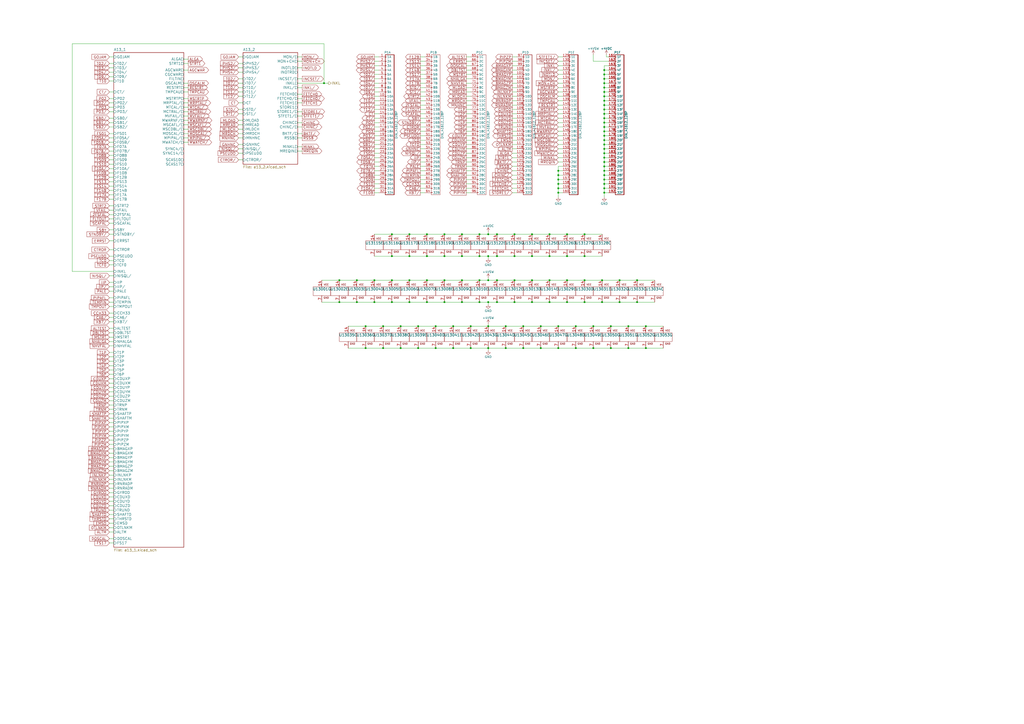
<source format=kicad_sch>
(kicad_sch (version 20211123) (generator eeschema)
  (paper "A2")
  (junction (at 350.52 66.04))
  (junction (at 359.41 162.56))
  (junction (at 288.29 162.56))
  (junction (at 262.89 189.23))
  (junction (at 350.52 101.6))
  (junction (at 217.17 175.26))
  (junction (at 323.85 106.68))
  (junction (at 267.97 135.89))
  (junction (at 350.52 91.44))
  (junction (at 308.61 148.59))
  (junction (at 350.52 68.58))
  (junction (at 350.52 86.36))
  (junction (at 323.85 111.76))
  (junction (at 328.93 135.89))
  (junction (at 273.05 201.93))
  (junction (at 350.52 60.96))
  (junction (at 350.52 71.12))
  (junction (at 257.81 135.89))
  (junction (at 350.52 48.26))
  (junction (at 323.85 109.22))
  (junction (at 350.52 73.66))
  (junction (at 323.85 189.23))
  (junction (at 334.01 201.93))
  (junction (at 257.81 148.59))
  (junction (at 196.85 162.56))
  (junction (at 339.09 162.56))
  (junction (at 247.65 148.59))
  (junction (at 350.52 88.9))
  (junction (at 339.09 175.26))
  (junction (at 354.33 189.23))
  (junction (at 237.49 162.56))
  (junction (at 283.21 162.56))
  (junction (at 328.93 175.26))
  (junction (at 242.57 201.93))
  (junction (at 350.52 99.06))
  (junction (at 350.52 93.98))
  (junction (at 339.09 135.89))
  (junction (at 369.57 162.56))
  (junction (at 227.33 148.59))
  (junction (at 217.17 162.56))
  (junction (at 350.52 63.5))
  (junction (at 350.52 104.14))
  (junction (at 242.57 189.23))
  (junction (at 232.41 201.93))
  (junction (at 313.69 201.93))
  (junction (at 350.52 58.42))
  (junction (at 339.09 148.59))
  (junction (at 298.45 135.89))
  (junction (at 308.61 162.56))
  (junction (at 222.25 189.23))
  (junction (at 350.52 55.88))
  (junction (at 350.52 96.52))
  (junction (at 350.52 40.64))
  (junction (at 252.73 201.93))
  (junction (at 212.09 201.93))
  (junction (at 323.85 99.06))
  (junction (at 278.13 175.26))
  (junction (at 308.61 135.89))
  (junction (at 369.57 175.26))
  (junction (at 207.01 175.26))
  (junction (at 247.65 162.56))
  (junction (at 354.33 201.93))
  (junction (at 267.97 148.59))
  (junction (at 350.52 76.2))
  (junction (at 227.33 162.56))
  (junction (at 288.29 148.59))
  (junction (at 323.85 101.6))
  (junction (at 293.37 189.23))
  (junction (at 237.49 135.89))
  (junction (at 283.21 175.26))
  (junction (at 267.97 175.26))
  (junction (at 283.21 148.59))
  (junction (at 349.25 162.56))
  (junction (at 350.52 50.8))
  (junction (at 212.09 189.23))
  (junction (at 257.81 162.56))
  (junction (at 257.81 175.26))
  (junction (at 207.01 162.56))
  (junction (at 293.37 201.93))
  (junction (at 303.53 189.23))
  (junction (at 252.73 189.23))
  (junction (at 350.52 43.18))
  (junction (at 350.52 53.34))
  (junction (at 364.49 189.23))
  (junction (at 262.89 201.93))
  (junction (at 318.77 148.59))
  (junction (at 273.05 189.23))
  (junction (at 288.29 135.89))
  (junction (at 364.49 201.93))
  (junction (at 283.21 201.93))
  (junction (at 359.41 175.26))
  (junction (at 283.21 135.89))
  (junction (at 374.65 189.23))
  (junction (at 283.21 189.23))
  (junction (at 247.65 175.26))
  (junction (at 227.33 175.26))
  (junction (at 227.33 135.89))
  (junction (at 328.93 162.56))
  (junction (at 298.45 162.56))
  (junction (at 350.52 78.74))
  (junction (at 344.17 189.23))
  (junction (at 313.69 189.23))
  (junction (at 350.52 109.22))
  (junction (at 334.01 189.23))
  (junction (at 232.41 189.23))
  (junction (at 247.65 135.89))
  (junction (at 328.93 148.59))
  (junction (at 303.53 201.93))
  (junction (at 318.77 162.56))
  (junction (at 222.25 201.93))
  (junction (at 196.85 175.26))
  (junction (at 350.52 106.68))
  (junction (at 237.49 148.59))
  (junction (at 344.17 201.93))
  (junction (at 187.96 48.26))
  (junction (at 308.61 175.26))
  (junction (at 298.45 175.26))
  (junction (at 350.52 45.72))
  (junction (at 374.65 201.93))
  (junction (at 298.45 148.59))
  (junction (at 267.97 162.56))
  (junction (at 278.13 135.89))
  (junction (at 318.77 175.26))
  (junction (at 318.77 135.89))
  (junction (at 350.52 81.28))
  (junction (at 349.25 175.26))
  (junction (at 278.13 148.59))
  (junction (at 323.85 104.14))
  (junction (at 323.85 201.93))
  (junction (at 288.29 175.26))
  (junction (at 350.52 111.76))
  (junction (at 278.13 162.56))
  (junction (at 237.49 175.26))
  (junction (at 350.52 83.82))
  (wire (pts (xy 63.5 303.53) (xy 66.04 303.53)))
  (wire (pts (xy 350.52 106.68) (xy 353.06 106.68)))
  (wire (pts (xy 232.41 189.23) (xy 242.57 189.23)))
  (wire (pts (xy 63.5 240.03) (xy 66.04 240.03)))
  (wire (pts (xy 41.91 157.48) (xy 66.04 157.48)))
  (wire (pts (xy 323.85 96.52) (xy 323.85 99.06)))
  (wire (pts (xy 196.85 162.56) (xy 207.01 162.56)))
  (wire (pts (xy 323.85 93.98) (xy 326.39 93.98)))
  (wire (pts (xy 63.5 36.83) (xy 66.04 36.83)))
  (wire (pts (xy 207.01 175.26) (xy 196.85 175.26)))
  (wire (pts (xy 350.52 53.34) (xy 350.52 55.88)))
  (wire (pts (xy 175.26 77.47) (xy 172.72 77.47)))
  (wire (pts (xy 63.5 73.66) (xy 66.04 73.66)))
  (wire (pts (xy 350.52 91.44) (xy 350.52 93.98)))
  (wire (pts (xy 350.52 86.36) (xy 350.52 88.9)))
  (wire (pts (xy 350.52 99.06) (xy 353.06 99.06)))
  (wire (pts (xy 175.26 33.02) (xy 172.72 33.02)))
  (wire (pts (xy 243.84 106.68) (xy 246.38 106.68)))
  (wire (pts (xy 63.5 198.12) (xy 66.04 198.12)))
  (wire (pts (xy 364.49 189.23) (xy 374.65 189.23)))
  (wire (pts (xy 63.5 160.02) (xy 66.04 160.02)))
  (wire (pts (xy 243.84 101.6) (xy 246.38 101.6)))
  (wire (pts (xy 323.85 106.68) (xy 326.39 106.68)))
  (wire (pts (xy 63.5 278.13) (xy 66.04 278.13)))
  (wire (pts (xy 187.96 48.26) (xy 190.5 48.26)))
  (wire (pts (xy 138.43 33.02) (xy 140.97 33.02)))
  (wire (pts (xy 350.52 45.72) (xy 350.52 48.26)))
  (wire (pts (xy 323.85 38.1) (xy 326.39 38.1)))
  (wire (pts (xy 350.52 101.6) (xy 353.06 101.6)))
  (wire (pts (xy 63.5 71.12) (xy 66.04 71.12)))
  (wire (pts (xy 243.84 35.56) (xy 246.38 35.56)))
  (wire (pts (xy 323.85 43.18) (xy 326.39 43.18)))
  (wire (pts (xy 318.77 175.26) (xy 308.61 175.26)))
  (wire (pts (xy 350.52 99.06) (xy 350.52 101.6)))
  (wire (pts (xy 308.61 175.26) (xy 298.45 175.26)))
  (wire (pts (xy 217.17 38.1) (xy 219.71 38.1)))
  (wire (pts (xy 138.43 36.83) (xy 140.97 36.83)))
  (wire (pts (xy 350.52 104.14) (xy 350.52 106.68)))
  (wire (pts (xy 217.17 162.56) (xy 227.33 162.56)))
  (wire (pts (xy 63.5 255.27) (xy 66.04 255.27)))
  (wire (pts (xy 217.17 71.12) (xy 219.71 71.12)))
  (wire (pts (xy 323.85 78.74) (xy 326.39 78.74)))
  (wire (pts (xy 63.5 124.46) (xy 66.04 124.46)))
  (wire (pts (xy 63.5 41.91) (xy 66.04 41.91)))
  (wire (pts (xy 63.5 133.35) (xy 66.04 133.35)))
  (wire (pts (xy 323.85 101.6) (xy 323.85 104.14)))
  (wire (pts (xy 63.5 267.97) (xy 66.04 267.97)))
  (wire (pts (xy 350.52 55.88) (xy 350.52 58.42)))
  (wire (pts (xy 217.17 50.8) (xy 219.71 50.8)))
  (wire (pts (xy 350.52 66.04) (xy 350.52 68.58)))
  (wire (pts (xy 196.85 175.26) (xy 186.69 175.26)))
  (wire (pts (xy 350.52 106.68) (xy 350.52 109.22)))
  (wire (pts (xy 109.22 82.55) (xy 106.68 82.55)))
  (wire (pts (xy 350.52 45.72) (xy 353.06 45.72)))
  (wire (pts (xy 350.52 58.42) (xy 353.06 58.42)))
  (wire (pts (xy 63.5 190.5) (xy 66.04 190.5)))
  (wire (pts (xy 243.84 48.26) (xy 246.38 48.26)))
  (wire (pts (xy 283.21 201.93) (xy 283.21 203.2)))
  (wire (pts (xy 283.21 162.56) (xy 288.29 162.56)))
  (wire (pts (xy 270.51 66.04) (xy 273.05 66.04)))
  (wire (pts (xy 243.84 78.74) (xy 246.38 78.74)))
  (wire (pts (xy 350.52 68.58) (xy 350.52 71.12)))
  (wire (pts (xy 175.26 45.72) (xy 172.72 45.72)))
  (wire (pts (xy 243.84 96.52) (xy 246.38 96.52)))
  (wire (pts (xy 63.5 219.71) (xy 66.04 219.71)))
  (wire (pts (xy 187.96 25.4) (xy 41.91 25.4)))
  (wire (pts (xy 354.33 201.93) (xy 364.49 201.93)))
  (wire (pts (xy 270.51 101.6) (xy 273.05 101.6)))
  (wire (pts (xy 109.22 67.31) (xy 106.68 67.31)))
  (wire (pts (xy 247.65 148.59) (xy 257.81 148.59)))
  (wire (pts (xy 217.17 55.88) (xy 219.71 55.88)))
  (wire (pts (xy 138.43 77.47) (xy 140.97 77.47)))
  (wire (pts (xy 175.26 35.56) (xy 172.72 35.56)))
  (wire (pts (xy 217.17 63.5) (xy 219.71 63.5)))
  (wire (pts (xy 303.53 201.93) (xy 313.69 201.93)))
  (wire (pts (xy 138.43 41.91) (xy 140.97 41.91)))
  (wire (pts (xy 350.52 83.82) (xy 353.06 83.82)))
  (wire (pts (xy 350.52 78.74) (xy 350.52 81.28)))
  (wire (pts (xy 63.5 212.09) (xy 66.04 212.09)))
  (wire (pts (xy 323.85 99.06) (xy 323.85 101.6)))
  (wire (pts (xy 323.85 81.28) (xy 326.39 81.28)))
  (wire (pts (xy 323.85 83.82) (xy 326.39 83.82)))
  (wire (pts (xy 313.69 201.93) (xy 323.85 201.93)))
  (wire (pts (xy 243.84 43.18) (xy 246.38 43.18)))
  (wire (pts (xy 63.5 33.02) (xy 66.04 33.02)))
  (wire (pts (xy 350.52 104.14) (xy 353.06 104.14)))
  (wire (pts (xy 63.5 121.92) (xy 66.04 121.92)))
  (wire (pts (xy 175.26 39.37) (xy 172.72 39.37)))
  (wire (pts (xy 270.51 106.68) (xy 273.05 106.68)))
  (wire (pts (xy 270.51 104.14) (xy 273.05 104.14)))
  (wire (pts (xy 350.52 88.9) (xy 353.06 88.9)))
  (wire (pts (xy 217.17 88.9) (xy 219.71 88.9)))
  (wire (pts (xy 243.84 91.44) (xy 246.38 91.44)))
  (wire (pts (xy 334.01 189.23) (xy 344.17 189.23)))
  (wire (pts (xy 350.52 38.1) (xy 353.06 38.1)))
  (wire (pts (xy 297.18 68.58) (xy 299.72 68.58)))
  (wire (pts (xy 63.5 293.37) (xy 66.04 293.37)))
  (wire (pts (xy 63.5 46.99) (xy 66.04 46.99)))
  (wire (pts (xy 109.22 57.15) (xy 106.68 57.15)))
  (wire (pts (xy 350.52 83.82) (xy 350.52 86.36)))
  (wire (pts (xy 63.5 285.75) (xy 66.04 285.75)))
  (wire (pts (xy 138.43 55.88) (xy 140.97 55.88)))
  (wire (pts (xy 217.17 96.52) (xy 219.71 96.52)))
  (wire (pts (xy 270.51 88.9) (xy 273.05 88.9)))
  (wire (pts (xy 318.77 148.59) (xy 328.93 148.59)))
  (wire (pts (xy 217.17 93.98) (xy 219.71 93.98)))
  (wire (pts (xy 323.85 104.14) (xy 323.85 106.68)))
  (wire (pts (xy 109.22 74.93) (xy 106.68 74.93)))
  (wire (pts (xy 217.17 101.6) (xy 219.71 101.6)))
  (wire (pts (xy 63.5 280.67) (xy 66.04 280.67)))
  (wire (pts (xy 297.18 91.44) (xy 299.72 91.44)))
  (wire (pts (xy 350.52 63.5) (xy 353.06 63.5)))
  (wire (pts (xy 288.29 135.89) (xy 298.45 135.89)))
  (wire (pts (xy 270.51 35.56) (xy 273.05 35.56)))
  (wire (pts (xy 270.51 58.42) (xy 273.05 58.42)))
  (wire (pts (xy 323.85 96.52) (xy 326.39 96.52)))
  (wire (pts (xy 369.57 162.56) (xy 379.73 162.56)))
  (wire (pts (xy 297.18 50.8) (xy 299.72 50.8)))
  (wire (pts (xy 270.51 109.22) (xy 273.05 109.22)))
  (wire (pts (xy 270.51 96.52) (xy 273.05 96.52)))
  (wire (pts (xy 323.85 106.68) (xy 323.85 109.22)))
  (wire (pts (xy 297.18 43.18) (xy 299.72 43.18)))
  (wire (pts (xy 350.52 40.64) (xy 350.52 43.18)))
  (wire (pts (xy 186.69 162.56) (xy 196.85 162.56)))
  (wire (pts (xy 63.5 113.03) (xy 66.04 113.03)))
  (wire (pts (xy 297.18 81.28) (xy 299.72 81.28)))
  (wire (pts (xy 350.52 73.66) (xy 353.06 73.66)))
  (wire (pts (xy 63.5 273.05) (xy 66.04 273.05)))
  (wire (pts (xy 243.84 71.12) (xy 246.38 71.12)))
  (wire (pts (xy 63.5 250.19) (xy 66.04 250.19)))
  (wire (pts (xy 344.17 31.75) (xy 344.17 35.56)))
  (wire (pts (xy 63.5 242.57) (xy 66.04 242.57)))
  (wire (pts (xy 379.73 175.26) (xy 369.57 175.26)))
  (wire (pts (xy 63.5 290.83) (xy 66.04 290.83)))
  (wire (pts (xy 63.5 224.79) (xy 66.04 224.79)))
  (wire (pts (xy 323.85 73.66) (xy 326.39 73.66)))
  (wire (pts (xy 270.51 33.02) (xy 273.05 33.02)))
  (wire (pts (xy 359.41 175.26) (xy 349.25 175.26)))
  (wire (pts (xy 308.61 135.89) (xy 318.77 135.89)))
  (wire (pts (xy 243.84 55.88) (xy 246.38 55.88)))
  (wire (pts (xy 222.25 201.93) (xy 232.41 201.93)))
  (wire (pts (xy 350.52 86.36) (xy 353.06 86.36)))
  (wire (pts (xy 297.18 111.76) (xy 299.72 111.76)))
  (wire (pts (xy 63.5 295.91) (xy 66.04 295.91)))
  (wire (pts (xy 323.85 201.93) (xy 334.01 201.93)))
  (wire (pts (xy 243.84 73.66) (xy 246.38 73.66)))
  (wire (pts (xy 351.79 33.02) (xy 353.06 33.02)))
  (wire (pts (xy 323.85 104.14) (xy 326.39 104.14)))
  (wire (pts (xy 138.43 59.69) (xy 140.97 59.69)))
  (wire (pts (xy 344.17 201.93) (xy 354.33 201.93)))
  (wire (pts (xy 270.51 83.82) (xy 273.05 83.82)))
  (wire (pts (xy 323.85 99.06) (xy 326.39 99.06)))
  (wire (pts (xy 283.21 135.89) (xy 288.29 135.89)))
  (wire (pts (xy 297.18 101.6) (xy 299.72 101.6)))
  (wire (pts (xy 350.52 76.2) (xy 350.52 78.74)))
  (wire (pts (xy 63.5 168.91) (xy 66.04 168.91)))
  (wire (pts (xy 283.21 189.23) (xy 293.37 189.23)))
  (wire (pts (xy 350.52 60.96) (xy 350.52 63.5)))
  (wire (pts (xy 297.18 38.1) (xy 299.72 38.1)))
  (wire (pts (xy 257.81 175.26) (xy 247.65 175.26)))
  (wire (pts (xy 138.43 53.34) (xy 140.97 53.34)))
  (wire (pts (xy 109.22 36.83) (xy 106.68 36.83)))
  (wire (pts (xy 270.51 55.88) (xy 273.05 55.88)))
  (wire (pts (xy 350.52 93.98) (xy 350.52 96.52)))
  (wire (pts (xy 350.52 55.88) (xy 353.06 55.88)))
  (wire (pts (xy 303.53 189.23) (xy 313.69 189.23)))
  (wire (pts (xy 63.5 300.99) (xy 66.04 300.99)))
  (wire (pts (xy 232.41 201.93) (xy 242.57 201.93)))
  (wire (pts (xy 138.43 39.37) (xy 140.97 39.37)))
  (wire (pts (xy 288.29 162.56) (xy 298.45 162.56)))
  (wire (pts (xy 247.65 162.56) (xy 257.81 162.56)))
  (wire (pts (xy 63.5 129.54) (xy 66.04 129.54)))
  (wire (pts (xy 350.52 43.18) (xy 353.06 43.18)))
  (wire (pts (xy 201.93 189.23) (xy 212.09 189.23)))
  (wire (pts (xy 63.5 59.69) (xy 66.04 59.69)))
  (wire (pts (xy 374.65 201.93) (xy 384.81 201.93)))
  (wire (pts (xy 257.81 148.59) (xy 267.97 148.59)))
  (wire (pts (xy 270.51 76.2) (xy 273.05 76.2)))
  (wire (pts (xy 138.43 66.04) (xy 140.97 66.04)))
  (wire (pts (xy 283.21 148.59) (xy 283.21 149.86)))
  (wire (pts (xy 63.5 207.01) (xy 66.04 207.01)))
  (wire (pts (xy 138.43 72.39) (xy 140.97 72.39)))
  (wire (pts (xy 278.13 148.59) (xy 283.21 148.59)))
  (wire (pts (xy 323.85 58.42) (xy 326.39 58.42)))
  (wire (pts (xy 323.85 40.64) (xy 326.39 40.64)))
  (wire (pts (xy 243.84 38.1) (xy 246.38 38.1)))
  (wire (pts (xy 323.85 48.26) (xy 326.39 48.26)))
  (wire (pts (xy 350.52 93.98) (xy 353.06 93.98)))
  (wire (pts (xy 63.5 144.78) (xy 66.04 144.78)))
  (wire (pts (xy 270.51 111.76) (xy 273.05 111.76)))
  (wire (pts (xy 323.85 111.76) (xy 326.39 111.76)))
  (wire (pts (xy 227.33 148.59) (xy 237.49 148.59)))
  (wire (pts (xy 243.84 109.22) (xy 246.38 109.22)))
  (wire (pts (xy 63.5 204.47) (xy 66.04 204.47)))
  (wire (pts (xy 222.25 189.23) (xy 232.41 189.23)))
  (wire (pts (xy 339.09 175.26) (xy 328.93 175.26)))
  (wire (pts (xy 283.21 201.93) (xy 293.37 201.93)))
  (wire (pts (xy 243.84 50.8) (xy 246.38 50.8)))
  (wire (pts (xy 323.85 189.23) (xy 334.01 189.23)))
  (wire (pts (xy 323.85 66.04) (xy 326.39 66.04)))
  (wire (pts (xy 252.73 189.23) (xy 262.89 189.23)))
  (wire (pts (xy 350.52 78.74) (xy 353.06 78.74)))
  (wire (pts (xy 297.18 93.98) (xy 299.72 93.98)))
  (wire (pts (xy 364.49 201.93) (xy 374.65 201.93)))
  (wire (pts (xy 138.43 50.8) (xy 140.97 50.8)))
  (wire (pts (xy 63.5 77.47) (xy 66.04 77.47)))
  (wire (pts (xy 63.5 234.95) (xy 66.04 234.95)))
  (wire (pts (xy 63.5 270.51) (xy 66.04 270.51)))
  (wire (pts (xy 350.52 111.76) (xy 353.06 111.76)))
  (wire (pts (xy 243.84 88.9) (xy 246.38 88.9)))
  (wire (pts (xy 283.21 161.29) (xy 283.21 162.56)))
  (wire (pts (xy 297.18 86.36) (xy 299.72 86.36)))
  (wire (pts (xy 242.57 189.23) (xy 252.73 189.23)))
  (wire (pts (xy 328.93 135.89) (xy 339.09 135.89)))
  (wire (pts (xy 63.5 53.34) (xy 66.04 53.34)))
  (wire (pts (xy 270.51 50.8) (xy 273.05 50.8)))
  (wire (pts (xy 297.18 45.72) (xy 299.72 45.72)))
  (wire (pts (xy 138.43 80.01) (xy 140.97 80.01)))
  (wire (pts (xy 217.17 148.59) (xy 227.33 148.59)))
  (wire (pts (xy 63.5 222.25) (xy 66.04 222.25)))
  (wire (pts (xy 297.18 104.14) (xy 299.72 104.14)))
  (wire (pts (xy 243.84 45.72) (xy 246.38 45.72)))
  (wire (pts (xy 339.09 162.56) (xy 349.25 162.56)))
  (wire (pts (xy 138.43 63.5) (xy 140.97 63.5)))
  (wire (pts (xy 297.18 73.66) (xy 299.72 73.66)))
  (wire (pts (xy 350.52 109.22) (xy 350.52 111.76)))
  (wire (pts (xy 350.52 81.28) (xy 350.52 83.82)))
  (wire (pts (xy 138.43 48.26) (xy 140.97 48.26)))
  (wire (pts (xy 323.85 55.88) (xy 326.39 55.88)))
  (wire (pts (xy 323.85 45.72) (xy 326.39 45.72)))
  (wire (pts (xy 334.01 201.93) (xy 344.17 201.93)))
  (wire (pts (xy 63.5 262.89) (xy 66.04 262.89)))
  (wire (pts (xy 63.5 247.65) (xy 66.04 247.65)))
  (wire (pts (xy 217.17 106.68) (xy 219.71 106.68)))
  (wire (pts (xy 175.26 67.31) (xy 172.72 67.31)))
  (wire (pts (xy 217.17 109.22) (xy 219.71 109.22)))
  (wire (pts (xy 217.17 60.96) (xy 219.71 60.96)))
  (wire (pts (xy 63.5 283.21) (xy 66.04 283.21)))
  (wire (pts (xy 63.5 175.26) (xy 66.04 175.26)))
  (wire (pts (xy 217.17 76.2) (xy 219.71 76.2)))
  (wire (pts (xy 350.52 43.18) (xy 350.52 45.72)))
  (wire (pts (xy 63.5 245.11) (xy 66.04 245.11)))
  (wire (pts (xy 138.43 69.85) (xy 140.97 69.85)))
  (wire (pts (xy 217.17 91.44) (xy 219.71 91.44)))
  (wire (pts (xy 257.81 135.89) (xy 267.97 135.89)))
  (wire (pts (xy 237.49 162.56) (xy 247.65 162.56)))
  (wire (pts (xy 63.5 275.59) (xy 66.04 275.59)))
  (wire (pts (xy 270.51 63.5) (xy 273.05 63.5)))
  (wire (pts (xy 270.51 73.66) (xy 273.05 73.66)))
  (wire (pts (xy 252.73 201.93) (xy 262.89 201.93)))
  (wire (pts (xy 323.85 68.58) (xy 326.39 68.58)))
  (wire (pts (xy 243.84 40.64) (xy 246.38 40.64)))
  (wire (pts (xy 297.18 71.12) (xy 299.72 71.12)))
  (wire (pts (xy 350.52 58.42) (xy 350.52 60.96)))
  (wire (pts (xy 175.26 85.09) (xy 172.72 85.09)))
  (wire (pts (xy 297.18 40.64) (xy 299.72 40.64)))
  (wire (pts (xy 63.5 110.49) (xy 66.04 110.49)))
  (wire (pts (xy 212.09 201.93) (xy 222.25 201.93)))
  (wire (pts (xy 175.26 59.69) (xy 172.72 59.69)))
  (wire (pts (xy 283.21 148.59) (xy 288.29 148.59)))
  (wire (pts (xy 63.5 92.71) (xy 66.04 92.71)))
  (wire (pts (xy 63.5 314.96) (xy 66.04 314.96)))
  (wire (pts (xy 217.17 175.26) (xy 207.01 175.26)))
  (wire (pts (xy 283.21 187.96) (xy 283.21 189.23)))
  (wire (pts (xy 172.72 48.26) (xy 187.96 48.26)))
  (wire (pts (xy 351.79 31.75) (xy 351.79 33.02)))
  (wire (pts (xy 350.52 73.66) (xy 350.52 76.2)))
  (wire (pts (xy 217.17 66.04) (xy 219.71 66.04)))
  (wire (pts (xy 298.45 135.89) (xy 308.61 135.89)))
  (wire (pts (xy 175.26 54.61) (xy 172.72 54.61)))
  (wire (pts (xy 63.5 308.61) (xy 66.04 308.61)))
  (wire (pts (xy 217.17 33.02) (xy 219.71 33.02)))
  (wire (pts (xy 63.5 237.49) (xy 66.04 237.49)))
  (wire (pts (xy 270.51 99.06) (xy 273.05 99.06)))
  (wire (pts (xy 63.5 100.33) (xy 66.04 100.33)))
  (wire (pts (xy 63.5 85.09) (xy 66.04 85.09)))
  (wire (pts (xy 217.17 73.66) (xy 219.71 73.66)))
  (wire (pts (xy 267.97 148.59) (xy 278.13 148.59)))
  (wire (pts (xy 297.18 35.56) (xy 299.72 35.56)))
  (wire (pts (xy 273.05 201.93) (xy 283.21 201.93)))
  (wire (pts (xy 63.5 64.77) (xy 66.04 64.77)))
  (wire (pts (xy 109.22 53.34) (xy 106.68 53.34)))
  (wire (pts (xy 308.61 148.59) (xy 318.77 148.59)))
  (wire (pts (xy 308.61 162.56) (xy 318.77 162.56)))
  (wire (pts (xy 63.5 229.87) (xy 66.04 229.87)))
  (wire (pts (xy 369.57 175.26) (xy 359.41 175.26)))
  (wire (pts (xy 297.18 60.96) (xy 299.72 60.96)))
  (wire (pts (xy 350.52 48.26) (xy 353.06 48.26)))
  (wire (pts (xy 270.51 81.28) (xy 273.05 81.28)))
  (wire (pts (xy 270.51 86.36) (xy 273.05 86.36)))
  (wire (pts (xy 63.5 166.37) (xy 66.04 166.37)))
  (wire (pts (xy 350.52 50.8) (xy 353.06 50.8)))
  (wire (pts (xy 63.5 232.41) (xy 66.04 232.41)))
  (wire (pts (xy 109.22 69.85) (xy 106.68 69.85)))
  (wire (pts (xy 109.22 40.64) (xy 106.68 40.64)))
  (wire (pts (xy 270.51 68.58) (xy 273.05 68.58)))
  (wire (pts (xy 297.18 58.42) (xy 299.72 58.42)))
  (wire (pts (xy 297.18 53.34) (xy 299.72 53.34)))
  (wire (pts (xy 350.52 96.52) (xy 350.52 99.06)))
  (wire (pts (xy 323.85 101.6) (xy 326.39 101.6)))
  (wire (pts (xy 138.43 92.71) (xy 140.97 92.71)))
  (wire (pts (xy 63.5 62.23) (xy 66.04 62.23)))
  (wire (pts (xy 63.5 127) (xy 66.04 127)))
  (wire (pts (xy 63.5 153.67) (xy 66.04 153.67)))
  (wire (pts (xy 63.5 193.04) (xy 66.04 193.04)))
  (wire (pts (xy 217.17 135.89) (xy 227.33 135.89)))
  (wire (pts (xy 350.52 109.22) (xy 353.06 109.22)))
  (wire (pts (xy 298.45 175.26) (xy 288.29 175.26)))
  (wire (pts (xy 217.17 43.18) (xy 219.71 43.18)))
  (wire (pts (xy 63.5 39.37) (xy 66.04 39.37)))
  (wire (pts (xy 323.85 35.56) (xy 326.39 35.56)))
  (wire (pts (xy 270.51 40.64) (xy 273.05 40.64)))
  (wire (pts (xy 217.17 40.64) (xy 219.71 40.64)))
  (wire (pts (xy 297.18 55.88) (xy 299.72 55.88)))
  (wire (pts (xy 63.5 107.95) (xy 66.04 107.95)))
  (wire (pts (xy 323.85 111.76) (xy 323.85 114.3)))
  (wire (pts (xy 350.52 76.2) (xy 353.06 76.2)))
  (wire (pts (xy 344.17 35.56) (xy 353.06 35.56)))
  (wire (pts (xy 63.5 151.13) (xy 66.04 151.13)))
  (wire (pts (xy 323.85 86.36) (xy 326.39 86.36)))
  (wire (pts (xy 109.22 34.29) (xy 106.68 34.29)))
  (wire (pts (xy 217.17 35.56) (xy 219.71 35.56)))
  (wire (pts (xy 175.26 87.63) (xy 172.72 87.63)))
  (wire (pts (xy 243.84 86.36) (xy 246.38 86.36)))
  (wire (pts (xy 297.18 83.82) (xy 299.72 83.82)))
  (wire (pts (xy 350.52 60.96) (xy 353.06 60.96)))
  (wire (pts (xy 217.17 45.72) (xy 219.71 45.72)))
  (wire (pts (xy 227.33 175.26) (xy 217.17 175.26)))
  (wire (pts (xy 187.96 48.26) (xy 187.96 25.4)))
  (wire (pts (xy 278.13 135.89) (xy 283.21 135.89)))
  (wire (pts (xy 297.18 106.68) (xy 299.72 106.68)))
  (wire (pts (xy 63.5 209.55) (xy 66.04 209.55)))
  (wire (pts (xy 267.97 135.89) (xy 278.13 135.89)))
  (wire (pts (xy 63.5 306.07) (xy 66.04 306.07)))
  (wire (pts (xy 318.77 135.89) (xy 328.93 135.89)))
  (wire (pts (xy 227.33 162.56) (xy 237.49 162.56)))
  (wire (pts (xy 297.18 99.06) (xy 299.72 99.06)))
  (wire (pts (xy 243.84 111.76) (xy 246.38 111.76)))
  (wire (pts (xy 273.05 189.23) (xy 283.21 189.23)))
  (wire (pts (xy 63.5 97.79) (xy 66.04 97.79)))
  (wire (pts (xy 349.25 175.26) (xy 339.09 175.26)))
  (wire (pts (xy 242.57 201.93) (xy 252.73 201.93)))
  (wire (pts (xy 63.5 80.01) (xy 66.04 80.01)))
  (wire (pts (xy 350.52 38.1) (xy 350.52 40.64)))
  (wire (pts (xy 323.85 88.9) (xy 326.39 88.9)))
  (wire (pts (xy 109.22 62.23) (xy 106.68 62.23)))
  (wire (pts (xy 270.51 45.72) (xy 273.05 45.72)))
  (wire (pts (xy 217.17 58.42) (xy 219.71 58.42)))
  (wire (pts (xy 323.85 71.12) (xy 326.39 71.12)))
  (wire (pts (xy 323.85 53.34) (xy 326.39 53.34)))
  (wire (pts (xy 63.5 312.42) (xy 66.04 312.42)))
  (wire (pts (xy 217.17 111.76) (xy 219.71 111.76)))
  (wire (pts (xy 237.49 148.59) (xy 247.65 148.59)))
  (wire (pts (xy 63.5 214.63) (xy 66.04 214.63)))
  (wire (pts (xy 243.84 68.58) (xy 246.38 68.58)))
  (wire (pts (xy 63.5 105.41) (xy 66.04 105.41)))
  (wire (pts (xy 339.09 135.89) (xy 349.25 135.89)))
  (wire (pts (xy 283.21 175.26) (xy 283.21 176.53)))
  (wire (pts (xy 63.5 90.17) (xy 66.04 90.17)))
  (wire (pts (xy 175.26 80.01) (xy 172.72 80.01)))
  (wire (pts (xy 63.5 115.57) (xy 66.04 115.57)))
  (wire (pts (xy 288.29 148.59) (xy 298.45 148.59)))
  (wire (pts (xy 243.84 104.14) (xy 246.38 104.14)))
  (wire (pts (xy 339.09 148.59) (xy 349.25 148.59)))
  (wire (pts (xy 262.89 189.23) (xy 273.05 189.23)))
  (wire (pts (xy 350.52 111.76) (xy 350.52 114.3)))
  (wire (pts (xy 283.21 134.62) (xy 283.21 135.89)))
  (wire (pts (xy 270.51 43.18) (xy 273.05 43.18)))
  (wire (pts (xy 297.18 76.2) (xy 299.72 76.2)))
  (wire (pts (xy 243.84 76.2) (xy 246.38 76.2)))
  (wire (pts (xy 175.26 64.77) (xy 172.72 64.77)))
  (wire (pts (xy 247.65 175.26) (xy 237.49 175.26)))
  (wire (pts (xy 63.5 82.55) (xy 66.04 82.55)))
  (wire (pts (xy 63.5 217.17) (xy 66.04 217.17)))
  (wire (pts (xy 350.52 63.5) (xy 350.52 66.04)))
  (wire (pts (xy 350.52 81.28) (xy 353.06 81.28)))
  (wire (pts (xy 201.93 201.93) (xy 212.09 201.93)))
  (wire (pts (xy 323.85 109.22) (xy 323.85 111.76)))
  (wire (pts (xy 63.5 148.59) (xy 66.04 148.59)))
  (wire (pts (xy 63.5 184.15) (xy 66.04 184.15)))
  (wire (pts (xy 63.5 135.89) (xy 66.04 135.89)))
  (wire (pts (xy 350.52 96.52) (xy 353.06 96.52)))
  (wire (pts (xy 109.22 48.26) (xy 106.68 48.26)))
  (wire (pts (xy 270.51 38.1) (xy 273.05 38.1)))
  (wire (pts (xy 63.5 252.73) (xy 66.04 252.73)))
  (wire (pts (xy 175.26 73.66) (xy 172.72 73.66)))
  (wire (pts (xy 350.52 71.12) (xy 353.06 71.12)))
  (wire (pts (xy 297.18 48.26) (xy 299.72 48.26)))
  (wire (pts (xy 138.43 74.93) (xy 140.97 74.93)))
  (wire (pts (xy 349.25 162.56) (xy 359.41 162.56)))
  (wire (pts (xy 323.85 109.22) (xy 326.39 109.22)))
  (wire (pts (xy 350.52 91.44) (xy 353.06 91.44)))
  (wire (pts (xy 267.97 175.26) (xy 257.81 175.26)))
  (wire (pts (xy 293.37 201.93) (xy 303.53 201.93)))
  (wire (pts (xy 243.84 99.06) (xy 246.38 99.06)))
  (wire (pts (xy 297.18 109.22) (xy 299.72 109.22)))
  (wire (pts (xy 350.52 68.58) (xy 353.06 68.58)))
  (wire (pts (xy 63.5 172.72) (xy 66.04 172.72)))
  (wire (pts (xy 237.49 175.26) (xy 227.33 175.26)))
  (wire (pts (xy 270.51 53.34) (xy 273.05 53.34)))
  (wire (pts (xy 63.5 260.35) (xy 66.04 260.35)))
  (wire (pts (xy 63.5 177.8) (xy 66.04 177.8)))
  (wire (pts (xy 109.22 80.01) (xy 106.68 80.01)))
  (wire (pts (xy 297.18 78.74) (xy 299.72 78.74)))
  (wire (pts (xy 138.43 45.72) (xy 140.97 45.72)))
  (wire (pts (xy 350.52 50.8) (xy 350.52 53.34)))
  (wire (pts (xy 217.17 68.58) (xy 219.71 68.58)))
  (wire (pts (xy 212.09 189.23) (xy 222.25 189.23)))
  (wire (pts (xy 63.5 257.81) (xy 66.04 257.81)))
  (wire (pts (xy 63.5 195.58) (xy 66.04 195.58)))
  (wire (pts (xy 297.18 66.04) (xy 299.72 66.04)))
  (wire (pts (xy 313.69 189.23) (xy 323.85 189.23)))
  (wire (pts (xy 217.17 78.74) (xy 219.71 78.74)))
  (wire (pts (xy 270.51 93.98) (xy 273.05 93.98)))
  (wire (pts (xy 217.17 53.34) (xy 219.71 53.34)))
  (wire (pts (xy 109.22 72.39) (xy 106.68 72.39)))
  (wire (pts (xy 227.33 135.89) (xy 237.49 135.89)))
  (wire (pts (xy 293.37 189.23) (xy 303.53 189.23)))
  (wire (pts (xy 138.43 86.36) (xy 140.97 86.36)))
  (wire (pts (xy 359.41 162.56) (xy 369.57 162.56)))
  (wire (pts (xy 63.5 87.63) (xy 66.04 87.63)))
  (wire (pts (xy 243.84 33.02) (xy 246.38 33.02)))
  (wire (pts (xy 350.52 53.34) (xy 353.06 53.34)))
  (wire (pts (xy 247.65 135.89) (xy 257.81 135.89)))
  (wire (pts (xy 288.29 175.26) (xy 283.21 175.26)))
  (wire (pts (xy 323.85 63.5) (xy 326.39 63.5)))
  (wire (pts (xy 270.51 48.26) (xy 273.05 48.26)))
  (wire (pts (xy 297.18 88.9) (xy 299.72 88.9)))
  (wire (pts (xy 350.52 66.04) (xy 353.06 66.04)))
  (wire (pts (xy 217.17 104.14) (xy 219.71 104.14)))
  (wire (pts (xy 350.52 101.6) (xy 350.52 104.14)))
  (wire (pts (xy 63.5 95.25) (xy 66.04 95.25)))
  (wire (pts (xy 138.43 83.82) (xy 140.97 83.82)))
  (wire (pts (xy 217.17 48.26) (xy 219.71 48.26)))
  (wire (pts (xy 63.5 265.43) (xy 66.04 265.43)))
  (wire (pts (xy 243.84 83.82) (xy 246.38 83.82)))
  (wire (pts (xy 374.65 189.23) (xy 384.81 189.23)))
  (wire (pts (xy 350.52 88.9) (xy 350.52 91.44)))
  (wire (pts (xy 109.22 59.69) (xy 106.68 59.69)))
  (wire (pts (xy 138.43 88.9) (xy 140.97 88.9)))
  (wire (pts (xy 283.21 175.26) (xy 278.13 175.26)))
  (wire (pts (xy 323.85 91.44) (xy 326.39 91.44)))
  (wire (pts (xy 297.18 96.52) (xy 299.72 96.52)))
  (wire (pts (xy 323.85 60.96) (xy 326.39 60.96)))
  (wire (pts (xy 63.5 200.66) (xy 66.04 200.66)))
  (wire (pts (xy 350.52 48.26) (xy 350.52 50.8)))
  (wire (pts (xy 328.93 162.56) (xy 339.09 162.56)))
  (wire (pts (xy 237.49 135.89) (xy 247.65 135.89)))
  (wire (pts (xy 328.93 175.26) (xy 318.77 175.26)))
  (wire (pts (xy 175.26 50.8) (xy 172.72 50.8)))
  (wire (pts (xy 323.85 33.02) (xy 326.39 33.02)))
  (wire (pts (xy 243.84 58.42) (xy 246.38 58.42)))
  (wire (pts (xy 350.52 40.64) (xy 353.06 40.64)))
  (wire (pts (xy 297.18 63.5) (xy 299.72 63.5)))
  (wire (pts (xy 270.51 78.74) (xy 273.05 78.74)))
  (wire (pts (xy 175.26 71.12) (xy 172.72 71.12)))
  (wire (pts (xy 63.5 186.69) (xy 66.04 186.69)))
  (wire (pts (xy 278.13 162.56) (xy 283.21 162.56)))
  (wire (pts (xy 270.51 91.44) (xy 273.05 91.44)))
  (wire (pts (xy 257.81 162.56) (xy 267.97 162.56)))
  (wire (pts (xy 109.22 64.77) (xy 106.68 64.77)))
  (wire (pts (xy 109.22 50.8) (xy 106.68 50.8)))
  (wire (pts (xy 350.52 71.12) (xy 350.52 73.66)))
  (wire (pts (xy 298.45 148.59) (xy 308.61 148.59)))
  (wire (pts (xy 63.5 288.29) (xy 66.04 288.29)))
  (wire (pts (xy 63.5 68.58) (xy 66.04 68.58)))
  (wire (pts (xy 243.84 60.96) (xy 246.38 60.96)))
  (wire (pts (xy 270.51 60.96) (xy 273.05 60.96)))
  (wire (pts (xy 207.01 162.56) (xy 217.17 162.56)))
  (wire (pts (xy 267.97 162.56) (xy 278.13 162.56)))
  (wire (pts (xy 63.5 57.15) (xy 66.04 57.15)))
  (wire (pts (xy 354.33 189.23) (xy 364.49 189.23)))
  (wire (pts (xy 243.84 93.98) (xy 246.38 93.98)))
  (wire (pts (xy 63.5 227.33) (xy 66.04 227.33)))
  (wire (pts (xy 278.13 175.26) (xy 267.97 175.26)))
  (wire (pts (xy 262.89 201.93) (xy 273.05 201.93)))
  (wire (pts (xy 63.5 119.38) (xy 66.04 119.38)))
  (wire (pts (xy 298.45 162.56) (xy 308.61 162.56)))
  (wire (pts (xy 243.84 81.28) (xy 246.38 81.28)))
  (wire (pts (xy 217.17 86.36) (xy 219.71 86.36)))
  (wire (pts (xy 328.93 148.59) (xy 339.09 148.59)))
  (wire (pts (xy 243.84 66.04) (xy 246.38 66.04)))
  (wire (pts (xy 344.17 189.23) (xy 354.33 189.23)))
  (wire (pts (xy 63.5 44.45) (xy 66.04 44.45)))
  (wire (pts (xy 217.17 83.82) (xy 219.71 83.82)))
  (wire (pts (xy 243.84 53.34) (xy 246.38 53.34)))
  (wire (pts (xy 63.5 139.7) (xy 66.04 139.7)))
  (wire (pts (xy 243.84 63.5) (xy 246.38 63.5)))
  (wire (pts (xy 318.77 162.56) (xy 328.93 162.56)))
  (wire (pts (xy 175.26 57.15) (xy 172.72 57.15)))
  (wire (pts (xy 217.17 99.06) (xy 219.71 99.06)))
  (wire (pts (xy 63.5 181.61) (xy 66.04 181.61)))
  (wire (pts (xy 63.5 102.87) (xy 66.04 102.87)))
  (wire (pts (xy 323.85 50.8) (xy 326.39 50.8)))
  (wire (pts (xy 63.5 298.45) (xy 66.04 298.45)))
  (wire (pts (xy 297.18 33.02) (xy 299.72 33.02)))
  (wire (pts (xy 41.91 25.4) (xy 41.91 157.48)))
  (wire (pts (xy 63.5 163.83) (xy 66.04 163.83)))
  (wire (pts (xy 109.22 77.47) (xy 106.68 77.47)))
  (wire (pts (xy 217.17 81.28) (xy 219.71 81.28)))
  (wire (pts (xy 270.51 71.12) (xy 273.05 71.12)))
  (wire (pts (xy 323.85 76.2) (xy 326.39 76.2)))
  (global_label "MPIPAL/" (shape output) (at 109.22 80.01 0) (effects (font (size 1.524 1.524))) (property "Intersheet References" "${INTERSHEET_REFS}" (effects hide)))
  (global_label "FS17" (shape input) (at 63.5 314.96 180) (effects (font (size 1.524 1.524))) (property "Intersheet References" "${INTERSHEET_REFS}" (effects hide)))
  (global_label "IIP" (shape input) (at 63.5 163.83 180) (effects (font (size 1.524 1.524))) (property "Intersheet References" "${INTERSHEET_REFS}" (effects hide)))
  (global_label "BMAGYP" (shape input) (at 63.5 265.43 180) (effects (font (size 1.524 1.524))) (property "Intersheet References" "${INTERSHEET_REFS}" (effects hide)))
  (global_label "SB2/" (shape output) (at 217.17 86.36 180) (effects (font (size 1.524 1.524))) (property "Intersheet References" "${INTERSHEET_REFS}" (effects hide)))
  (global_label "T09/" (shape output) (at 217.17 53.34 180) (effects (font (size 1.524 1.524))) (property "Intersheet References" "${INTERSHEET_REFS}" (effects hide)))
  (global_label "F10A/" (shape input) (at 63.5 97.79 180) (effects (font (size 1.524 1.524))) (property "Intersheet References" "${INTERSHEET_REFS}" (effects hide)))
  (global_label "F07A" (shape input) (at 63.5 85.09 180) (effects (font (size 1.524 1.524))) (property "Intersheet References" "${INTERSHEET_REFS}" (effects hide)))
  (global_label "MWARNF/" (shape output) (at 109.22 69.85 0) (effects (font (size 1.524 1.524))) (property "Intersheet References" "${INTERSHEET_REFS}" (effects hide)))
  (global_label "MSTRTP" (shape input) (at 323.85 63.5 180) (effects (font (size 1.524 1.524))) (property "Intersheet References" "${INTERSHEET_REFS}" (effects hide)))
  (global_label "GYROD" (shape output) (at 297.18 63.5 180) (effects (font (size 1.524 1.524))) (property "Intersheet References" "${INTERSHEET_REFS}" (effects hide)))
  (global_label "NISQL/" (shape input) (at 138.43 86.36 180) (effects (font (size 1.524 1.524))) (property "Intersheet References" "${INTERSHEET_REFS}" (effects hide)))
  (global_label "PIPZP" (shape input) (at 63.5 255.27 180) (effects (font (size 1.524 1.524))) (property "Intersheet References" "${INTERSHEET_REFS}" (effects hide)))
  (global_label "STRT2" (shape input) (at 63.5 119.38 180) (effects (font (size 1.524 1.524))) (property "Intersheet References" "${INTERSHEET_REFS}" (effects hide)))
  (global_label "PSEUDO" (shape input) (at 63.5 148.59 180) (effects (font (size 1.524 1.524))) (property "Intersheet References" "${INTERSHEET_REFS}" (effects hide)))
  (global_label "BMAGYM" (shape input) (at 63.5 267.97 180) (effects (font (size 1.524 1.524))) (property "Intersheet References" "${INTERSHEET_REFS}" (effects hide)))
  (global_label "T10/" (shape output) (at 217.17 58.42 180) (effects (font (size 1.524 1.524))) (property "Intersheet References" "${INTERSHEET_REFS}" (effects hide)))
  (global_label "2FSFAL" (shape output) (at 243.84 60.96 180) (effects (font (size 1.524 1.524))) (property "Intersheet References" "${INTERSHEET_REFS}" (effects hide)))
  (global_label "SCAFAL" (shape input) (at 63.5 129.54 180) (effects (font (size 1.524 1.524))) (property "Intersheet References" "${INTERSHEET_REFS}" (effects hide)))
  (global_label "CDUZP" (shape input) (at 63.5 229.87 180) (effects (font (size 1.524 1.524))) (property "Intersheet References" "${INTERSHEET_REFS}" (effects hide)))
  (global_label "CT" (shape output) (at 217.17 66.04 180) (effects (font (size 1.524 1.524))) (property "Intersheet References" "${INTERSHEET_REFS}" (effects hide)))
  (global_label "T11/" (shape output) (at 217.17 60.96 180) (effects (font (size 1.524 1.524))) (property "Intersheet References" "${INTERSHEET_REFS}" (effects hide)))
  (global_label "INLNKM" (shape input) (at 63.5 278.13 180) (effects (font (size 1.524 1.524))) (property "Intersheet References" "${INTERSHEET_REFS}" (effects hide)))
  (global_label "INLNKP" (shape output) (at 297.18 53.34 180) (effects (font (size 1.524 1.524))) (property "Intersheet References" "${INTERSHEET_REFS}" (effects hide)))
  (global_label "CTROR/" (shape output) (at 243.84 76.2 180) (effects (font (size 1.524 1.524))) (property "Intersheet References" "${INTERSHEET_REFS}" (effects hide)))
  (global_label "PALE" (shape output) (at 243.84 96.52 180) (effects (font (size 1.524 1.524))) (property "Intersheet References" "${INTERSHEET_REFS}" (effects hide)))
  (global_label "VFAIL" (shape output) (at 243.84 58.42 180) (effects (font (size 1.524 1.524))) (property "Intersheet References" "${INTERSHEET_REFS}" (effects hide)))
  (global_label "INKL" (shape input) (at 323.85 38.1 180) (effects (font (size 1.524 1.524))) (property "Intersheet References" "${INTERSHEET_REFS}" (effects hide)))
  (global_label "BMAGYP" (shape output) (at 297.18 43.18 180) (effects (font (size 1.524 1.524))) (property "Intersheet References" "${INTERSHEET_REFS}" (effects hide)))
  (global_label "STFET1/" (shape input) (at 323.85 33.02 180) (effects (font (size 1.524 1.524))) (property "Intersheet References" "${INTERSHEET_REFS}" (effects hide)))
  (global_label "SB1/" (shape output) (at 217.17 83.82 180) (effects (font (size 1.524 1.524))) (property "Intersheet References" "${INTERSHEET_REFS}" (effects hide)))
  (global_label "MSCAFL/" (shape input) (at 323.85 78.74 180) (effects (font (size 1.524 1.524))) (property "Intersheet References" "${INTERSHEET_REFS}" (effects hide)))
  (global_label "T2P" (shape input) (at 63.5 207.01 180) (effects (font (size 1.524 1.524))) (property "Intersheet References" "${INTERSHEET_REFS}" (effects hide)))
  (global_label "INCSET/" (shape input) (at 323.85 35.56 180) (effects (font (size 1.524 1.524))) (property "Intersheet References" "${INTERSHEET_REFS}" (effects hide)))
  (global_label "TRUND" (shape input) (at 63.5 295.91 180) (effects (font (size 1.524 1.524))) (property "Intersheet References" "${INTERSHEET_REFS}" (effects hide)))
  (global_label "BMAGXP" (shape input) (at 63.5 260.35 180) (effects (font (size 1.524 1.524))) (property "Intersheet References" "${INTERSHEET_REFS}" (effects hide)))
  (global_label "TMPOUT" (shape output) (at 243.84 104.14 180) (effects (font (size 1.524 1.524))) (property "Intersheet References" "${INTERSHEET_REFS}" (effects hide)))
  (global_label "T02/" (shape input) (at 63.5 36.83 180) (effects (font (size 1.524 1.524))) (property "Intersheet References" "${INTERSHEET_REFS}" (effects hide)))
  (global_label "PIPYM" (shape input) (at 63.5 252.73 180) (effects (font (size 1.524 1.524))) (property "Intersheet References" "${INTERSHEET_REFS}" (effects hide)))
  (global_label "SBY" (shape input) (at 63.5 133.35 180) (effects (font (size 1.524 1.524))) (property "Intersheet References" "${INTERSHEET_REFS}" (effects hide)))
  (global_label "MLDCH" (shape input) (at 138.43 74.93 180) (effects (font (size 1.524 1.524))) (property "Intersheet References" "${INTERSHEET_REFS}" (effects hide)))
  (global_label "CDUZM" (shape output) (at 270.51 91.44 180) (effects (font (size 1.524 1.524))) (property "Intersheet References" "${INTERSHEET_REFS}" (effects hide)))
  (global_label "OSCALM" (shape output) (at 109.22 48.26 0) (effects (font (size 1.524 1.524))) (property "Intersheet References" "${INTERSHEET_REFS}" (effects hide)))
  (global_label "XB7/" (shape output) (at 243.84 111.76 180) (effects (font (size 1.524 1.524))) (property "Intersheet References" "${INTERSHEET_REFS}" (effects hide)))
  (global_label "ALGA" (shape input) (at 297.18 88.9 180) (effects (font (size 1.524 1.524))) (property "Intersheet References" "${INTERSHEET_REFS}" (effects hide)))
  (global_label "CCH33" (shape input) (at 63.5 181.61 180) (effects (font (size 1.524 1.524))) (property "Intersheet References" "${INTERSHEET_REFS}" (effects hide)))
  (global_label "MSTRT" (shape output) (at 270.51 43.18 180) (effects (font (size 1.524 1.524))) (property "Intersheet References" "${INTERSHEET_REFS}" (effects hide)))
  (global_label "CHINC" (shape input) (at 297.18 99.06 180) (effects (font (size 1.524 1.524))) (property "Intersheet References" "${INTERSHEET_REFS}" (effects hide)))
  (global_label "F05A/" (shape input) (at 63.5 80.01 180) (effects (font (size 1.524 1.524))) (property "Intersheet References" "${INTERSHEET_REFS}" (effects hide)))
  (global_label "F07B/" (shape output) (at 217.17 99.06 180) (effects (font (size 1.524 1.524))) (property "Intersheet References" "${INTERSHEET_REFS}" (effects hide)))
  (global_label "INKL/" (shape input) (at 323.85 40.64 180) (effects (font (size 1.524 1.524))) (property "Intersheet References" "${INTERSHEET_REFS}" (effects hide)))
  (global_label "CHINC/" (shape output) (at 175.26 73.66 0) (effects (font (size 1.524 1.524))) (property "Intersheet References" "${INTERSHEET_REFS}" (effects hide)))
  (global_label "F05A/" (shape output) (at 217.17 91.44 180) (effects (font (size 1.524 1.524))) (property "Intersheet References" "${INTERSHEET_REFS}" (effects hide)))
  (global_label "T09/" (shape input) (at 63.5 44.45 180) (effects (font (size 1.524 1.524))) (property "Intersheet References" "${INTERSHEET_REFS}" (effects hide)))
  (global_label "RSSB" (shape output) (at 175.26 80.01 0) (effects (font (size 1.524 1.524))) (property "Intersheet References" "${INTERSHEET_REFS}" (effects hide)))
  (global_label "FS10" (shape input) (at 63.5 95.25 180) (effects (font (size 1.524 1.524))) (property "Intersheet References" "${INTERSHEET_REFS}" (effects hide)))
  (global_label "BMAGZM" (shape input) (at 63.5 273.05 180) (effects (font (size 1.524 1.524))) (property "Intersheet References" "${INTERSHEET_REFS}" (effects hide)))
  (global_label "CT/" (shape output) (at 217.17 68.58 180) (effects (font (size 1.524 1.524))) (property "Intersheet References" "${INTERSHEET_REFS}" (effects hide)))
  (global_label "CDUYP" (shape input) (at 63.5 224.79 180) (effects (font (size 1.524 1.524))) (property "Intersheet References" "${INTERSHEET_REFS}" (effects hide)))
  (global_label "FS14" (shape input) (at 63.5 107.95 180) (effects (font (size 1.524 1.524))) (property "Intersheet References" "${INTERSHEET_REFS}" (effects hide)))
  (global_label "TMPCAU" (shape output) (at 109.22 53.34 0) (effects (font (size 1.524 1.524))) (property "Intersheet References" "${INTERSHEET_REFS}" (effects hide)))
  (global_label "T02/" (shape input) (at 138.43 45.72 180) (effects (font (size 1.524 1.524))) (property "Intersheet References" "${INTERSHEET_REFS}" (effects hide)))
  (global_label "BKTF/" (shape input) (at 297.18 93.98 180) (effects (font (size 1.524 1.524))) (property "Intersheet References" "${INTERSHEET_REFS}" (effects hide)))
  (global_label "SHAFTP" (shape output) (at 270.51 99.06 180) (effects (font (size 1.524 1.524))) (property "Intersheet References" "${INTERSHEET_REFS}" (effects hide)))
  (global_label "MNHNC" (shape output) (at 270.51 60.96 180) (effects (font (size 1.524 1.524))) (property "Intersheet References" "${INTERSHEET_REFS}" (effects hide)))
  (global_label "NHALGA" (shape input) (at 63.5 198.12 180) (effects (font (size 1.524 1.524))) (property "Intersheet References" "${INTERSHEET_REFS}" (effects hide)))
  (global_label "PIPXM" (shape input) (at 63.5 247.65 180) (effects (font (size 1.524 1.524))) (property "Intersheet References" "${INTERSHEET_REFS}" (effects hide)))
  (global_label "T12/" (shape output) (at 217.17 63.5 180) (effects (font (size 1.524 1.524))) (property "Intersheet References" "${INTERSHEET_REFS}" (effects hide)))
  (global_label "DBLTST" (shape output) (at 270.51 40.64 180) (effects (font (size 1.524 1.524))) (property "Intersheet References" "${INTERSHEET_REFS}" (effects hide)))
  (global_label "SBY" (shape output) (at 243.84 68.58 180) (effects (font (size 1.524 1.524))) (property "Intersheet References" "${INTERSHEET_REFS}" (effects hide)))
  (global_label "SHAFTM" (shape output) (at 270.51 101.6 180) (effects (font (size 1.524 1.524))) (property "Intersheet References" "${INTERSHEET_REFS}" (effects hide)))
  (global_label "ALGA" (shape output) (at 109.22 34.29 0) (effects (font (size 1.524 1.524))) (property "Intersheet References" "${INTERSHEET_REFS}" (effects hide)))
  (global_label "CCH33" (shape output) (at 243.84 106.68 180) (effects (font (size 1.524 1.524))) (property "Intersheet References" "${INTERSHEET_REFS}" (effects hide)))
  (global_label "T12/" (shape input) (at 138.43 55.88 180) (effects (font (size 1.524 1.524))) (property "Intersheet References" "${INTERSHEET_REFS}" (effects hide)))
  (global_label "CDUZD" (shape output) (at 297.18 71.12 180) (effects (font (size 1.524 1.524))) (property "Intersheet References" "${INTERSHEET_REFS}" (effects hide)))
  (global_label "MREAD" (shape output) (at 270.51 53.34 180) (effects (font (size 1.524 1.524))) (property "Intersheet References" "${INTERSHEET_REFS}" (effects hide)))
  (global_label "INOTLD" (shape output) (at 175.26 39.37 0) (effects (font (size 1.524 1.524))) (property "Intersheet References" "${INTERSHEET_REFS}" (effects hide)))
  (global_label "OTLNKM" (shape output) (at 297.18 83.82 180) (effects (font (size 1.524 1.524))) (property "Intersheet References" "${INTERSHEET_REFS}" (effects hide)))
  (global_label "ST0/" (shape input) (at 138.43 63.5 180) (effects (font (size 1.524 1.524))) (property "Intersheet References" "${INTERSHEET_REFS}" (effects hide)))
  (global_label "PIPXM" (shape output) (at 270.51 106.68 180) (effects (font (size 1.524 1.524))) (property "Intersheet References" "${INTERSHEET_REFS}" (effects hide)))
  (global_label "DOSCAL" (shape input) (at 63.5 312.42 180) (effects (font (size 1.524 1.524))) (property "Intersheet References" "${INTERSHEET_REFS}" (effects hide)))
  (global_label "MSCAFL/" (shape output) (at 109.22 72.39 0) (effects (font (size 1.524 1.524))) (property "Intersheet References" "${INTERSHEET_REFS}" (effects hide)))
  (global_label "EMSD" (shape output) (at 297.18 81.28 180) (effects (font (size 1.524 1.524))) (property "Intersheet References" "${INTERSHEET_REFS}" (effects hide)))
  (global_label "TRNP" (shape output) (at 270.51 93.98 180) (effects (font (size 1.524 1.524))) (property "Intersheet References" "${INTERSHEET_REFS}" (effects hide)))
  (global_label "F17B" (shape input) (at 63.5 115.57 180) (effects (font (size 1.524 1.524))) (property "Intersheet References" "${INTERSHEET_REFS}" (effects hide)))
  (global_label "F14B" (shape input) (at 63.5 110.49 180) (effects (font (size 1.524 1.524))) (property "Intersheet References" "${INTERSHEET_REFS}" (effects hide)))
  (global_label "FETCH1" (shape input) (at 297.18 109.22 180) (effects (font (size 1.524 1.524))) (property "Intersheet References" "${INTERSHEET_REFS}" (effects hide)))
  (global_label "MINKL" (shape input) (at 323.85 91.44 180) (effects (font (size 1.524 1.524))) (property "Intersheet References" "${INTERSHEET_REFS}" (effects hide)))
  (global_label "F05B/" (shape output) (at 217.17 93.98 180) (effects (font (size 1.524 1.524))) (property "Intersheet References" "${INTERSHEET_REFS}" (effects hide)))
  (global_label "CHINC" (shape output) (at 175.26 71.12 0) (effects (font (size 1.524 1.524))) (property "Intersheet References" "${INTERSHEET_REFS}" (effects hide)))
  (global_label "FETCH1" (shape output) (at 175.26 59.69 0) (effects (font (size 1.524 1.524))) (property "Intersheet References" "${INTERSHEET_REFS}" (effects hide)))
  (global_label "PHS3/" (shape output) (at 217.17 38.1 180) (effects (font (size 1.524 1.524))) (property "Intersheet References" "${INTERSHEET_REFS}" (effects hide)))
  (global_label "RESTRT" (shape input) (at 323.85 60.96 180) (effects (font (size 1.524 1.524))) (property "Intersheet References" "${INTERSHEET_REFS}" (effects hide)))
  (global_label "SB0/" (shape output) (at 217.17 81.28 180) (effects (font (size 1.524 1.524))) (property "Intersheet References" "${INTERSHEET_REFS}" (effects hide)))
  (global_label "TRNM" (shape output) (at 270.51 96.52 180) (effects (font (size 1.524 1.524))) (property "Intersheet References" "${INTERSHEET_REFS}" (effects hide)))
  (global_label "MWATCH/" (shape output) (at 109.22 82.55 0) (effects (font (size 1.524 1.524))) (property "Intersheet References" "${INTERSHEET_REFS}" (effects hide)))
  (global_label "MRPTAL/" (shape input) (at 323.85 66.04 180) (effects (font (size 1.524 1.524))) (property "Intersheet References" "${INTERSHEET_REFS}" (effects hide)))
  (global_label "FS10" (shape output) (at 217.17 106.68 180) (effects (font (size 1.524 1.524))) (property "Intersheet References" "${INTERSHEET_REFS}" (effects hide)))
  (global_label "F07A" (shape output) (at 217.17 96.52 180) (effects (font (size 1.524 1.524))) (property "Intersheet References" "${INTERSHEET_REFS}" (effects hide)))
  (global_label "PIPAFL" (shape input) (at 63.5 172.72 180) (effects (font (size 1.524 1.524))) (property "Intersheet References" "${INTERSHEET_REFS}" (effects hide)))
  (global_label "PHS4/" (shape input) (at 138.43 41.91 180) (effects (font (size 1.524 1.524))) (property "Intersheet References" "${INTERSHEET_REFS}" (effects hide)))
  (global_label "P02" (shape output) (at 217.17 71.12 180) (effects (font (size 1.524 1.524))) (property "Intersheet References" "${INTERSHEET_REFS}" (effects hide)))
  (global_label "MSTRTP" (shape input) (at 323.85 50.8 180) (effects (font (size 1.524 1.524))) (property "Intersheet References" "${INTERSHEET_REFS}" (effects hide)))
  (global_label "MON/" (shape output) (at 175.26 33.02 0) (effects (font (size 1.524 1.524))) (property "Intersheet References" "${INTERSHEET_REFS}" (effects hide)))
  (global_label "T10" (shape output) (at 217.17 55.88 180) (effects (font (size 1.524 1.524))) (property "Intersheet References" "${INTERSHEET_REFS}" (effects hide)))
  (global_label "NHVFAL" (shape output) (at 270.51 48.26 180) (effects (font (size 1.524 1.524))) (property "Intersheet References" "${INTERSHEET_REFS}" (effects hide)))
  (global_label "XB7/" (shape input) (at 63.5 186.69 180) (effects (font (size 1.524 1.524))) (property "Intersheet References" "${INTERSHEET_REFS}" (effects hide)))
  (global_label "CDUYM" (shape input) (at 63.5 227.33 180) (effects (font (size 1.524 1.524))) (property "Intersheet References" "${INTERSHEET_REFS}" (effects hide)))
  (global_label "MOSCAL/" (shape input) (at 323.85 83.82 180) (effects (font (size 1.524 1.524))) (property "Intersheet References" "${INTERSHEET_REFS}" (effects hide)))
  (global_label "CT/" (shape input) (at 63.5 53.34 180) (effects (font (size 1.524 1.524))) (property "Intersheet References" "${INTERSHEET_REFS}" (effects hide)))
  (global_label "2FSFAL" (shape input) (at 63.5 124.46 180) (effects (font (size 1.524 1.524))) (property "Intersheet References" "${INTERSHEET_REFS}" (effects hide)))
  (global_label "FS17" (shape output) (at 243.84 43.18 180) (effects (font (size 1.524 1.524))) (property "Intersheet References" "${INTERSHEET_REFS}" (effects hide)))
  (global_label "CHINC/" (shape input) (at 297.18 101.6 180) (effects (font (size 1.524 1.524))) (property "Intersheet References" "${INTERSHEET_REFS}" (effects hide)))
  (global_label "P03/" (shape output) (at 217.17 78.74 180) (effects (font (size 1.524 1.524))) (property "Intersheet References" "${INTERSHEET_REFS}" (effects hide)))
  (global_label "IIP/" (shape input) (at 63.5 166.37 180) (effects (font (size 1.524 1.524))) (property "Intersheet References" "${INTERSHEET_REFS}" (effects hide)))
  (global_label "TMPOUT" (shape input) (at 63.5 177.8 180) (effects (font (size 1.524 1.524))) (property "Intersheet References" "${INTERSHEET_REFS}" (effects hide)))
  (global_label "T07/" (shape input) (at 138.43 48.26 180) (effects (font (size 1.524 1.524))) (property "Intersheet References" "${INTERSHEET_REFS}" (effects hide)))
  (global_label "RNRADP" (shape output) (at 297.18 58.42 180) (effects (font (size 1.524 1.524))) (property "Intersheet References" "${INTERSHEET_REFS}" (effects hide)))
  (global_label "MINKL" (shape output) (at 175.26 85.09 0) (effects (font (size 1.524 1.524))) (property "Intersheet References" "${INTERSHEET_REFS}" (effects hide)))
  (global_label "MON+CH" (shape input) (at 323.85 48.26 180) (effects (font (size 1.524 1.524))) (property "Intersheet References" "${INTERSHEET_REFS}" (effects hide)))
  (global_label "ERRST" (shape output) (at 270.51 35.56 180) (effects (font (size 1.524 1.524))) (property "Intersheet References" "${INTERSHEET_REFS}" (effects hide)))
  (global_label "P03/" (shape input) (at 63.5 64.77 180) (effects (font (size 1.524 1.524))) (property "Intersheet References" "${INTERSHEET_REFS}" (effects hide)))
  (global_label "MNHNC" (shape input) (at 138.43 80.01 180) (effects (font (size 1.524 1.524))) (property "Intersheet References" "${INTERSHEET_REFS}" (effects hide)))
  (global_label "MREQIN" (shape output) (at 175.26 87.63 0) (effects (font (size 1.524 1.524))) (property "Intersheet References" "${INTERSHEET_REFS}" (effects hide)))
  (global_label "FS09" (shape input) (at 63.5 92.71 180) (effects (font (size 1.524 1.524))) (property "Intersheet References" "${INTERSHEET_REFS}" (effects hide)))
  (global_label "ST1/" (shape output) (at 243.84 53.34 180) (effects (font (size 1.524 1.524))) (property "Intersheet References" "${INTERSHEET_REFS}" (effects hide)))
  (global_label "FLTOUT" (shape input) (at 63.5 127 180) (effects (font (size 1.524 1.524))) (property "Intersheet References" "${INTERSHEET_REFS}" (effects hide)))
  (global_label "CDUZD" (shape input) (at 63.5 293.37 180) (effects (font (size 1.524 1.524))) (property "Intersheet References" "${INTERSHEET_REFS}" (effects hide)))
  (global_label "MSTRT" (shape input) (at 63.5 195.58 180) (effects (font (size 1.524 1.524))) (property "Intersheet References" "${INTERSHEET_REFS}" (effects hide)))
  (global_label "TMPCAU" (shape input) (at 323.85 58.42 180) (effects (font (size 1.524 1.524))) (property "Intersheet References" "${INTERSHEET_REFS}" (effects hide)))
  (global_label "DOSCAL" (shape output) (at 270.51 38.1 180) (effects (font (size 1.524 1.524))) (property "Intersheet References" "${INTERSHEET_REFS}" (effects hide)))
  (global_label "F10B" (shape input) (at 63.5 100.33 180) (effects (font (size 1.524 1.524))) (property "Intersheet References" "${INTERSHEET_REFS}" (effects hide)))
  (global_label "T3P" (shape output) (at 270.51 68.58 180) (effects (font (size 1.524 1.524))) (property "Intersheet References" "${INTERSHEET_REFS}" (effects hide)))
  (global_label "GOJAM" (shape output) (at 217.17 33.02 180) (effects (font (size 1.524 1.524))) (property "Intersheet References" "${INTERSHEET_REFS}" (effects hide)))
  (global_label "CDUZM" (shape input) (at 63.5 232.41 180) (effects (font (size 1.524 1.524))) (property "Intersheet References" "${INTERSHEET_REFS}" (effects hide)))
  (global_label "BMAGXM" (shape input) (at 63.5 262.89 180) (effects (font (size 1.524 1.524))) (property "Intersheet References" "${INTERSHEET_REFS}" (effects hide)))
  (global_label "STFET1/" (shape output) (at 175.26 67.31 0) (effects (font (size 1.524 1.524))) (property "Intersheet References" "${INTERSHEET_REFS}" (effects hide)))
  (global_label "FS01" (shape output) (at 217.17 88.9 180) (effects (font (size 1.524 1.524))) (property "Intersheet References" "${INTERSHEET_REFS}" (effects hide)))
  (global_label "BMAGXM" (shape output) (at 297.18 40.64 180) (effects (font (size 1.524 1.524))) (property "Intersheet References" "${INTERSHEET_REFS}" (effects hide)))
  (global_label "TRNM" (shape input) (at 63.5 237.49 180) (effects (font (size 1.524 1.524))) (property "Intersheet References" "${INTERSHEET_REFS}" (effects hide)))
  (global_label "PHS3/" (shape input) (at 138.43 39.37 180) (effects (font (size 1.524 1.524))) (property "Intersheet References" "${INTERSHEET_REFS}" (effects hide)))
  (global_label "TRNP" (shape input) (at 63.5 234.95 180) (effects (font (size 1.524 1.524))) (property "Intersheet References" "${INTERSHEET_REFS}" (effects hide)))
  (global_label "CTROR" (shape output) (at 243.84 73.66 180) (effects (font (size 1.524 1.524))) (property "Intersheet References" "${INTERSHEET_REFS}" (effects hide)))
  (global_label "TC0" (shape output) (at 243.84 81.28 180) (effects (font (size 1.524 1.524))) (property "Intersheet References" "${INTERSHEET_REFS}" (effects hide)))
  (global_label "TCF0" (shape output) (at 243.84 83.82 180) (effects (font (size 1.524 1.524))) (property "Intersheet References" "${INTERSHEET_REFS}" (effects hide)))
  (global_label "PHS2/" (shape input) (at 138.43 36.83 180) (effects (font (size 1.524 1.524))) (property "Intersheet References" "${INTERSHEET_REFS}" (effects hide)))
  (global_label "PSEUDO" (shape output) (at 243.84 78.74 180) (effects (font (size 1.524 1.524))) (property "Intersheet References" "${INTERSHEET_REFS}" (effects hide)))
  (global_label "ERRST" (shape input) (at 63.5 139.7 180) (effects (font (size 1.524 1.524))) (property "Intersheet References" "${INTERSHEET_REFS}" (effects hide)))
  (global_label "GOJAM" (shape input) (at 138.43 33.02 180) (effects (font (size 1.524 1.524))) (property "Intersheet References" "${INTERSHEET_REFS}" (effects hide)))
  (global_label "GNHNC" (shape output) (at 243.84 86.36 180) (effects (font (size 1.524 1.524))) (property "Intersheet References" "${INTERSHEET_REFS}" (effects hide)))
  (global_label "MREQIN" (shape input) (at 323.85 93.98 180) (effects (font (size 1.524 1.524))) (property "Intersheet References" "${INTERSHEET_REFS}" (effects hide)))
  (global_label "MTCAL/" (shape output) (at 109.22 62.23 0) (effects (font (size 1.524 1.524))) (property "Intersheet References" "${INTERSHEET_REFS}" (effects hide)))
  (global_label "GYROD" (shape input) (at 63.5 285.75 180) (effects (font (size 1.524 1.524))) (property "Intersheet References" "${INTERSHEET_REFS}" (effects hide)))
  (global_label "F07B/" (shape input) (at 63.5 87.63 180) (effects (font (size 1.524 1.524))) (property "Intersheet References" "${INTERSHEET_REFS}" (effects hide)))
  (global_label "T5P" (shape input) (at 63.5 214.63 180) (effects (font (size 1.524 1.524))) (property "Intersheet References" "${INTERSHEET_REFS}" (effects hide)))
  (global_label "MSCDBL/" (shape output) (at 109.22 74.93 0) (effects (font (size 1.524 1.524))) (property "Intersheet References" "${INTERSHEET_REFS}" (effects hide)))
  (global_label "T4P" (shape output) (at 270.51 71.12 180) (effects (font (size 1.524 1.524))) (property "Intersheet References" "${INTERSHEET_REFS}" (effects hide)))
  (global_label "STRT1" (shape input) (at 297.18 91.44 180) (effects (font (size 1.524 1.524))) (property "Intersheet References" "${INTERSHEET_REFS}" (effects hide)))
  (global_label "SHAFTP" (shape input) (at 63.5 240.03 180) (effects (font (size 1.524 1.524))) (property "Intersheet References" "${INTERSHEET_REFS}" (effects hide)))
  (global_label "FS13" (shape output) (at 243.84 35.56 180) (effects (font (size 1.524 1.524))) (property "Intersheet References" "${INTERSHEET_REFS}" (effects hide)))
  (global_label "MPIPAL/" (shape input) (at 323.85 86.36 180) (effects (font (size 1.524 1.524))) (property "Intersheet References" "${INTERSHEET_REFS}" (effects hide)))
  (global_label "ALTEST" (shape output) (at 270.51 33.02 180) (effects (font (size 1.524 1.524))) (property "Intersheet References" "${INTERSHEET_REFS}" (effects hide)))
  (global_label "CDUYM" (shape output) (at 270.51 86.36 180) (effects (font (size 1.524 1.524))) (property "Intersheet References" "${INTERSHEET_REFS}" (effects hide)))
  (global_label "T10/" (shape input) (at 138.43 50.8 180) (effects (font (size 1.524 1.524))) (property "Intersheet References" "${INTERSHEET_REFS}" (effects hide)))
  (global_label "PALE" (shape input) (at 63.5 168.91 180) (effects (font (size 1.524 1.524))) (property "Intersheet References" "${INTERSHEET_REFS}" (effects hide)))
  (global_label "NHALGA" (shape output) (at 270.51 45.72 180) (effects (font (size 1.524 1.524))) (property "Intersheet References" "${INTERSHEET_REFS}" (effects hide)))
  (global_label "MVFAIL/" (shape input) (at 323.85 73.66 180) (effects (font (size 1.524 1.524))) (property "Intersheet References" "${INTERSHEET_REFS}" (effects hide)))
  (global_label "P02/" (shape output) (at 217.17 73.66 180) (effects (font (size 1.524 1.524))) (property "Intersheet References" "${INTERSHEET_REFS}" (effects hide)))
  (global_label "BKTF/" (shape output) (at 175.26 77.47 0) (effects (font (size 1.524 1.524))) (property "Intersheet References" "${INTERSHEET_REFS}" (effects hide)))
  (global_label "MCTRAL/" (shape output) (at 109.22 64.77 0) (effects (font (size 1.524 1.524))) (property "Intersheet References" "${INTERSHEET_REFS}" (effects hide)))
  (global_label "FS01" (shape input) (at 63.5 77.47 180) (effects (font (size 1.524 1.524))) (property "Intersheet References" "${INTERSHEET_REFS}" (effects hide)))
  (global_label "MSCDBL/" (shape input) (at 323.85 81.28 180) (effects (font (size 1.524 1.524))) (property "Intersheet References" "${INTERSHEET_REFS}" (effects hide)))
  (global_label "AGCWAR" (shape input) (at 323.85 53.34 180) (effects (font (size 1.524 1.524))) (property "Intersheet References" "${INTERSHEET_REFS}" (effects hide)))
  (global_label "ALTM" (shape output) (at 297.18 86.36 180) (effects (font (size 1.524 1.524))) (property "Intersheet References" "${INTERSHEET_REFS}" (effects hide)))
  (global_label "SB1/" (shape input) (at 63.5 71.12 180) (effects (font (size 1.524 1.524))) (property "Intersheet References" "${INTERSHEET_REFS}" (effects hide)))
  (global_label "STORE1/" (shape output) (at 175.26 64.77 0) (effects (font (size 1.524 1.524))) (property "Intersheet References" "${INTERSHEET_REFS}" (effects hide)))
  (global_label "T03/" (shape output) (at 217.17 45.72 180) (effects (font (size 1.524 1.524))) (property "Intersheet References" "${INTERSHEET_REFS}" (effects hide)))
  (global_label "P03" (shape output) (at 217.17 76.2 180) (effects (font (size 1.524 1.524))) (property "Intersheet References" "${INTERSHEET_REFS}" (effects hide)))
  (global_label "T3P" (shape input) (at 63.5 209.55 180) (effects (font (size 1.524 1.524))) (property "Intersheet References" "${INTERSHEET_REFS}" (effects hide)))
  (global_label "RNRADM" (shape output) (at 297.18 60.96 180) (effects (font (size 1.524 1.524))) (property "Intersheet References" "${INTERSHEET_REFS}" (effects hide)))
  (global_label "F12B" (shape output) (at 243.84 33.02 180) (effects (font (size 1.524 1.524))) (property "Intersheet References" "${INTERSHEET_REFS}" (effects hide)))
  (global_label "PIPXP" (shape input) (at 63.5 245.11 180) (effects (font (size 1.524 1.524))) (property "Intersheet References" "${INTERSHEET_REFS}" (effects hide)))
  (global_label "BMAGZP" (shape input) (at 63.5 270.51 180) (effects (font (size 1.524 1.524))) (property "Intersheet References" "${INTERSHEET_REFS}" (effects hide)))
  (global_label "VFAIL" (shape input) (at 63.5 121.92 180) (effects (font (size 1.524 1.524))) (property "Intersheet References" "${INTERSHEET_REFS}" (effects hide)))
  (global_label "T6P" (shape output) (at 270.51 76.2 180) (effects (font (size 1.524 1.524))) (property "Intersheet References" "${INTERSHEET_REFS}" (effects hide)))
  (global_label "PIPYM" (shape output) (at 270.51 111.76 180) (effects (font (size 1.524 1.524))) (property "Intersheet References" "${INTERSHEET_REFS}" (effects hide)))
  (global_label "FS09" (shape output) (at 217.17 104.14 180) (effects (font (size 1.524 1.524))) (property "Intersheet References" "${INTERSHEET_REFS}" (effects hide)))
  (global_label "T04/" (shape output) (at 217.17 48.26 180) (effects (font (size 1.524 1.524))) (property "Intersheet References" "${INTERSHEET_REFS}" (effects hide)))
  (global_label "GNHNC" (shape input) (at 138.43 83.82 180) (effects (font (size 1.524 1.524))) (property "Intersheet References" "${INTERSHEET_REFS}" (effects hide)))
  (global_label "T1P" (shape input) (at 63.5 204.47 180) (effects (font (size 1.524 1.524))) (property "Intersheet References" "${INTERSHEET_REFS}" (effects hide)))
  (global_label "F08B" (shape input) (at 63.5 90.17 180) (effects (font (size 1.524 1.524))) (property "Intersheet References" "${INTERSHEET_REFS}" (effects hide)))
  (global_label "MLOAD" (shape output) (at 270.51 50.8 180) (effects (font (size 1.524 1.524))) (property "Intersheet References" "${INTERSHEET_REFS}" (effects hide)))
  (global_label "MWATCH/" (shape input) (at 323.85 88.9 180) (effects (font (size 1.524 1.524))) (property "Intersheet References" "${INTERSHEET_REFS}" (effects hide)))
  (global_label "INOTLD" (shape input) (at 323.85 43.18 180) (effects (font (size 1.524 1.524))) (property "Intersheet References" "${INTERSHEET_REFS}" (effects hide)))
  (global_label "MON/" (shape input) (at 323.85 45.72 180) (effects (font (size 1.524 1.524))) (property "Intersheet References" "${INTERSHEET_REFS}" (effects hide)))
  (global_label "PIPYP" (shape output) (at 270.51 109.22 180) (effects (font (size 1.524 1.524))) (property "Intersheet References" "${INTERSHEET_REFS}" (effects hide)))
  (global_label "TEMPIN" (shape output) (at 243.84 101.6 180) (effects (font (size 1.524 1.524))) (property "Intersheet References" "${INTERSHEET_REFS}" (effects hide)))
  (global_label "PHS4/" (shape output) (at 217.17 40.64 180) (effects (font (size 1.524 1.524))) (property "Intersheet References" "${INTERSHEET_REFS}" (effects hide)))
  (global_label "MRPTAL/" (shape output) (at 109.22 59.69 0) (effects (font (size 1.524 1.524))) (property "Intersheet References" "${INTERSHEET_REFS}" (effects hide)))
  (global_label "T4P" (shape input) (at 63.5 212.09 180) (effects (font (size 1.524 1.524))) (property "Intersheet References" "${INTERSHEET_REFS}" (effects hide)))
  (global_label "CT" (shape input) (at 138.43 59.69 180) (effects (font (size 1.524 1.524))) (property "Intersheet References" "${INTERSHEET_REFS}" (effects hide)))
  (global_label "DBLTST" (shape input) (at 63.5 193.04 180) (effects (font (size 1.524 1.524))) (property "Intersheet References" "${INTERSHEET_REFS}" (effects hide)))
  (global_label "ST1/" (shape input) (at 138.43 66.04 180) (effects (font (size 1.524 1.524))) (property "Intersheet References" "${INTERSHEET_REFS}" (effects hide)))
  (global_label "BMAGYM" (shape output) (at 297.18 45.72 180) (effects (font (size 1.524 1.524))) (property "Intersheet References" "${INTERSHEET_REFS}" (effects hide)))
  (global_label "SHAFTM" (shape input) (at 63.5 242.57 180) (effects (font (size 1.524 1.524))) (property "Intersheet References" "${INTERSHEET_REFS}" (effects hide)))
  (global_label "MSTRTP" (shape output) (at 109.22 57.15 0) (effects (font (size 1.524 1.524))) (property "Intersheet References" "${INTERSHEET_REFS}" (effects hide)))
  (global_label "T02/" (shape output) (at 217.17 43.18 180) (effects (font (size 1.524 1.524))) (property "Intersheet References" "${INTERSHEET_REFS}" (effects hide)))
  (global_label "T10" (shape input) (at 63.5 46.99 180) (effects (font (size 1.524 1.524))) (property "Intersheet References" "${INTERSHEET_REFS}" (effects hide)))
  (global_label "T6P" (shape input) (at 63.5 217.17 180) (effects (font (size 1.524 1.524))) (property "Intersheet References" "${INTERSHEET_REFS}" (effects hide)))
  (global_label "MLOAD" (shape input) (at 138.43 69.85 180) (effects (font (size 1.524 1.524))) (property "Intersheet References" "${INTERSHEET_REFS}" (effects hide)))
  (global_label "OTLNKM" (shape input) (at 63.5 306.07 180) (effects (font (size 1.524 1.524))) (property "Intersheet References" "${INTERSHEET_REFS}" (effects hide)))
  (global_label "F14B" (shape output) (at 243.84 40.64 180) (effects (font (size 1.524 1.524))) (property "Intersheet References" "${INTERSHEET_REFS}" (effects hide)))
  (global_label "T03/" (shape input) (at 63.5 39.37 180) (effects (font (size 1.524 1.524))) (property "Intersheet References" "${INTERSHEET_REFS}" (effects hide)))
  (global_label "BMAGZP" (shape output) (at 297.18 48.26 180) (effects (font (size 1.524 1.524))) (property "Intersheet References" "${INTERSHEET_REFS}" (effects hide)))
  (global_label "PIPXP" (shape output) (at 270.51 104.14 180) (effects (font (size 1.524 1.524))) (property "Intersheet References" "${INTERSHEET_REFS}" (effects hide)))
  (global_label "P03" (shape input) (at 63.5 62.23 180) (effects (font (size 1.524 1.524))) (property "Intersheet References" "${INTERSHEET_REFS}" (effects hide)))
  (global_label "SHAFTD" (shape input) (at 63.5 298.45 180) (effects (font (size 1.524 1.524))) (property "Intersheet References" "${INTERSHEET_REFS}" (effects hide)))
  (global_label "CA6/" (shape output) (at 243.84 109.22 180) (effects (font (size 1.524 1.524))) (property "Intersheet References" "${INTERSHEET_REFS}" (effects hide)))
  (global_label "FLTOUT" (shape output) (at 243.84 63.5 180) (effects (font (size 1.524 1.524))) (property "Intersheet References" "${INTERSHEET_REFS}" (effects hide)))
  (global_label "PHS2/" (shape output) (at 217.17 35.56 180) (effects (font (size 1.524 1.524))) (property "Intersheet References" "${INTERSHEET_REFS}" (effects hide)))
  (global_label "CA6/" (shape input) (at 63.5 184.15 180) (effects (font (size 1.524 1.524))) (property "Intersheet References" "${INTERSHEET_REFS}" (effects hide)))
  (global_label "PIPZM" (shape input) (at 63.5 257.81 180) (effects (font (size 1.524 1.524))) (property "Intersheet References" "${INTERSHEET_REFS}" (effects hide)))
  (global_label "CDUXM" (shape output) (at 270.51 81.28 180) (effects (font (size 1.524 1.524))) (property "Intersheet References" "${INTERSHEET_REFS}" (effects hide)))
  (global_label "FETCH0" (shape output) (at 175.26 54.61 0) (effects (font (size 1.524 1.524))) (property "Intersheet References" "${INTERSHEET_REFS}" (effects hide)))
  (global_label "THRSTD" (shape output) (at 297.18 78.74 180) (effects (font (size 1.524 1.524))) (property "Intersheet References" "${INTERSHEET_REFS}" (effects hide)))
  (global_label "INKL/" (shape output) (at 175.26 50.8 0) (effects (font (size 1.524 1.524))) (property "Intersheet References" "${INTERSHEET_REFS}" (effects hide)))
  (global_label "STORE1/" (shape input) (at 297.18 111.76 180) (effects (font (size 1.524 1.524))) (property "Intersheet References" "${INTERSHEET_REFS}" (effects hide)))
  (global_label "SHAFTD" (shape output) (at 297.18 76.2 180) (effects (font (size 1.524 1.524))) (property "Intersheet References" "${INTERSHEET_REFS}" (effects hide)))
  (global_label "SB2/" (shape input) (at 63.5 73.66 180) (effects (font (size 1.524 1.524))) (property "Intersheet References" "${INTERSHEET_REFS}" (effects hide)))
  (global_label "STRT1" (shape output) (at 109.22 36.83 0) (effects (font (size 1.524 1.524))) (property "Intersheet References" "${INTERSHEET_REFS}" (effects hide)))
  (global_label "CTROR" (shape input) (at 63.5 144.78 180) (effects (font (size 1.524 1.524))) (property "Intersheet References" "${INTERSHEET_REFS}" (effects hide)))
  (global_label "MVFAIL/" (shape output) (at 109.22 67.31 0) (effects (font (size 1.524 1.524))) (property "Intersheet References" "${INTERSHEET_REFS}" (effects hide)))
  (global_label "AGCWAR" (shape output) (at 109.22 40.64 0) (effects (font (size 1.524 1.524))) (property "Intersheet References" "${INTERSHEET_REFS}" (effects hide)))
  (global_label "CDUXD" (shape input) (at 63.5 288.29 180) (effects (font (size 1.524 1.524))) (property "Intersheet References" "${INTERSHEET_REFS}" (effects hide)))
  (global_label "PIPZP" (shape output) (at 297.18 33.02 180) (effects (font (size 1.524 1.524))) (property "Intersheet References" "${INTERSHEET_REFS}" (effects hide)))
  (global_label "INCSET/" (shape output) (at 175.26 45.72 0) (effects (font (size 1.524 1.524))) (property "Intersheet References" "${INTERSHEET_REFS}" (effects hide)))
  (global_label "MLDCH" (shape output) (at 270.51 55.88 180) (effects (font (size 1.524 1.524))) (property "Intersheet References" "${INTERSHEET_REFS}" (effects hide)))
  (global_label "TEMPIN" (shape input) (at 63.5 175.26 180) (effects (font (size 1.524 1.524))) (property "Intersheet References" "${INTERSHEET_REFS}" (effects hide)))
  (global_label "NISQL/" (shape input) (at 63.5 160.02 180) (effects (font (size 1.524 1.524))) (property "Intersheet References" "${INTERSHEET_REFS}" (effects hide)))
  (global_label "P02/" (shape input) (at 63.5 59.69 180) (effects (font (size 1.524 1.524))) (property "Intersheet References" "${INTERSHEET_REFS}" (effects hide)))
  (global_label "T04/" (shape input) (at 63.5 41.91 180) (effects (font (size 1.524 1.524))) (property "Intersheet References" "${INTERSHEET_REFS}" (effects hide)))
  (global_label "MRDCH" (shape input) (at 138.43 77.47 180) (effects (font (size 1.524 1.524))) (property "Intersheet References" "${INTERSHEET_REFS}" (effects hide)))
  (global_label "SB0/" (shape input) (at 63.5 68.58 180) (effects (font (size 1.524 1.524))) (property "Intersheet References" "${INTERSHEET_REFS}" (effects hide)))
  (global_label "IIP" (shape output) (at 243.84 91.44 180) (effects (font (size 1.524 1.524))) (property "Intersheet References" "${INTERSHEET_REFS}" (effects hide)))
  (global_label "TRUND" (shape output) (at 297.18 73.66 180) (effects (font (size 1.524 1.524))) (property "Intersheet References" "${INTERSHEET_REFS}" (effects hide)))
  (global_label "F17B" (shape output) (at 243.84 48.26 180) (effects (font (size 1.524 1.524))) (property "Intersheet References" "${INTERSHEET_REFS}" (effects hide)))
  (global_label "MCTRAL/" (shape input) (at 323.85 71.12 180) (effects (font (size 1.524 1.524))) (property "Intersheet References" "${INTERSHEET_REFS}" (effects hide)))
  (global_label "FS14" (shape output) (at 243.84 38.1 180) (effects (font (size 1.524 1.524))) (property "Intersheet References" "${INTERSHEET_REFS}" (effects hide)))
  (global_label "F05B/" (shape input) (at 63.5 82.55 180) (effects (font (size 1.524 1.524))) (property "Intersheet References" "${INTERSHEET_REFS}" (effects hide)))
  (global_label "RNRADM" (shape input) (at 63.5 283.21 180) (effects (font (size 1.524 1.524))) (property "Intersheet References" "${INTERSHEET_REFS}" (effects hide)))
  (global_label "T07/" (shape output) (at 217.17 50.8 180) (effects (font (size 1.524 1.524))) (property "Intersheet References" "${INTERSHEET_REFS}" (effects hide)))
  (global_label "FS13" (shape input) (at 63.5 105.41 180) (effects (font (size 1.524 1.524))) (property "Intersheet References" "${INTERSHEET_REFS}" (effects hide)))
  (global_label "PIPZM" (shape output) (at 297.18 35.56 180) (effects (font (size 1.524 1.524))) (property "Intersheet References" "${INTERSHEET_REFS}" (effects hide)))
  (global_label "RESTRT" (shape output) (at 109.22 50.8 0) (effects (font (size 1.524 1.524))) (property "Intersheet References" "${INTERSHEET_REFS}" (effects hide)))
  (global_label "RSSB" (shape input) (at 297.18 96.52 180) (effects (font (size 1.524 1.524))) (property "Intersheet References" "${INTERSHEET_REFS}" (effects hide)))
  (global_label "P02" (shape input) (at 63.5 57.15 180) (effects (font (size 1.524 1.524))) (property "Intersheet References" "${INTERSHEET_REFS}" (effects hide)))
  (global_label "CDUXP" (shape output) (at 270.51 78.74 180) (effects (font (size 1.524 1.524))) (property "Intersheet References" "${INTERSHEET_REFS}" (effects hide)))
  (global_label "INLNKP" (shape input) (at 63.5 275.59 180) (effects (font (size 1.524 1.524))) (property "Intersheet References" "${INTERSHEET_REFS}" (effects hide)))
  (global_label "T1P" (shape output) (at 270.51 63.5 180) (effects (font (size 1.524 1.524))) (property "Intersheet References" "${INTERSHEET_REFS}" (effects hide)))
  (global_label "CTROR/" (shape input) (at 138.43 92.71 180) (effects (font (size 1.524 1.524))) (property "Intersheet References" "${INTERSHEET_REFS}" (effects hide)))
  (global_label "MREAD" (shape input) (at 138.43 72.39 180) (effects (font (size 1.524 1.524))) (property "Intersheet References" "${INTERSHEET_REFS}" (effects hide)))
  (global_label "T11/" (shape input) (at 138.43 53.34 180) (effects (font (size 1.524 1.524))) (property "Intersheet References" "${INTERSHEET_REFS}" (effects hide)))
  (global_label "F17A" (shape output) (at 243.84 45.72 180) (effects (font (size 1.524 1.524))) (property "Intersheet References" "${INTERSHEET_REFS}" (effects hide)))
  (global_label "ALTM" (shape input) (at 63.5 308.61 180) (effects (font (size 1.524 1.524))) (property "Intersheet References" "${INTERSHEET_REFS}" (effects hide)))
  (global_label "CDUXP" (shape input) (at 63.5 219.71 180) (effects (font (size 1.524 1.524))) (property "Intersheet References" "${INTERSHEET_REFS}" (effects hide)))
  (global_label "EMSD" (shape input) (at 63.5 303.53 180) (effects (font (size 1.524 1.524))) (property "Intersheet References" "${INTERSHEET_REFS}" (effects hide)))
  (global_label "CDUYD" (shape output) (at 297.18 68.58 180) (effects (font (size 1.524 1.524))) (property "Intersheet References" "${INTERSHEET_REFS}" (effects hide)))
  (global_label "MTCAL/" (shape input) (at 323.85 68.58 180) (effects (font (size 1.524 1.524))) (property "Intersheet References" "${INTERSHEET_REFS}" (effects hide)))
  (global_label "F10A/" (shape output) (at 217.17 109.22 180) (effects (font (size 1.524 1.524))) (property "Intersheet References" "${INTERSHEET_REFS}" (effects hide)))
  (global_label "FETCH0/" (shape input) (at 297.18 106.68 180) (effects (font (size 1.524 1.524))) (property "Intersheet References" "${INTERSHEET_REFS}" (effects hide)))
  (global_label "F17A" (shape input) (at 63.5 113.03 180) (effects (font (size 1.524 1.524))) (property "Intersheet References" "${INTERSHEET_REFS}" (effects hide)))
  (global_label "TC0" (shape input) (at 63.5 151.13 180) (effects (font (size 1.524 1.524))) (property "Intersheet References" "${INTERSHEET_REFS}" (effects hide)))
  (global_label "TCF0" (shape input) (at 63.5 153.67 180) (effects (font (size 1.524 1.524))) (property "Intersheet References" "${INTERSHEET_REFS}" (effects hide)))
  (global_label "CDUXD" (shape output) (at 297.18 66.04 180) (effects (font (size 1.524 1.524))) (property "Intersheet References" "${INTERSHEET_REFS}" (effects hide)))
  (global_label "CDUYP" (shape output) (at 270.51 83.82 180) (effects (font (size 1.524 1.524))) (property "Intersheet References" "${INTERSHEET_REFS}" (effects hide)))
  (global_label "T2P" (shape output) (at 270.51 66.04 180) (effects (font (size 1.524 1.524))) (property "Intersheet References" "${INTERSHEET_REFS}" (effects hide)))
  (global_label "PSEUDO" (shape input) (at 138.43 88.9 180) (effects (font (size 1.524 1.524))) (property "Intersheet References" "${INTERSHEET_REFS}" (effects hide)))
  (global_label "STRT2" (shape output) (at 243.84 55.88 180) (effects (font (size 1.524 1.524))) (property "Intersheet References" "${INTERSHEET_REFS}" (effects hide)))
  (global_label "T5P" (shape output) (at 270.51 73.66 180) (effects (font (size 1.524 1.524))) (property "Intersheet References" "${INTERSHEET_REFS}" (effects hide)))
  (global_label "THRSTD" (shape input) (at 63.5 300.99 180) (effects (font (size 1.524 1.524))) (property "Intersheet References" "${INTERSHEET_REFS}" (effects hide)))
  (global_label "ALTEST" (shape input) (at 63.5 190.5 180) (effects (font (size 1.524 1.524))) (property "Intersheet References" "${INTERSHEET_REFS}" (effects hide)))
  (global_label "RNRADP" (shape input) (at 63.5 280.67 180) (effects (font (size 1.524 1.524))) (property "Intersheet References" "${INTERSHEET_REFS}" (effects hide)))
  (global_label "NISQL/" (shape output) (at 243.84 88.9 180) (effects (font (size 1.524 1.524))) (property "Intersheet References" "${INTERSHEET_REFS}" (effects hide)))
  (global_label "MON+CH" (shape output) (at 175.26 35.56 0) (effects (font (size 1.524 1.524))) (property "Intersheet References" "${INTERSHEET_REFS}" (effects hide)))
  (global_label "F12B" (shape input) (at 63.5 102.87 180) (effects (font (size 1.524 1.524))) (property "Intersheet References" "${INTERSHEET_REFS}" (effects hide)))
  (global_label "STNDBY/" (shape input) (at 63.5 135.89 180) (effects (font (size 1.524 1.524))) (property "Intersheet References" "${INTERSHEET_REFS}" (effects hide)))
  (global_label "SCAFAL" (shape output) (at 243.84 66.04 180) (effects (font (size 1.524 1.524))) (property "Intersheet References" "${INTERSHEET_REFS}" (effects hide)))
  (global_label "BMAGXP" (shape output) (at 297.18 38.1 180) (effects (font (size 1.524 1.524))) (property "Intersheet References" "${INTERSHEET_REFS}" (effects hide)))
  (global_label "MRDCH" (shape output) (at 270.51 58.42 180) (effects (font (size 1.524 1.524))) (property "Intersheet References" "${INTERSHEET_REFS}" (effects hide)))
  (global_label "IIP/" (shape output) (at 243.84 93.98 180) (effects (font (size 1.524 1.524))) (property "Intersheet References" "${INTERSHEET_REFS}" (effects hide)))
  (global_label "NHVFAL" (shape input) (at 63.5 200.66 180) (effects (font (size 1.524 1.524))) (property "Intersheet References" "${INTERSHEET_REFS}" (effects hide)))
  (global_label "INLNKM" (shape output) (at 297.18 55.88 180) (effects (font (size 1.524 1.524))) (property "Intersheet References" "${INTERSHEET_REFS}" (effects hide)))
  (global_label "CDUYD" (shape input) (at 63.5 290.83 180) (effects (font (size 1.524 1.524))) (property "Intersheet References" "${INTERSHEET_REFS}" (effects hide)))
  (global_label "ST0/" (shape output) (at 243.84 50.8 180) (effects (font (size 1.524 1.524))) (property "Intersheet References" "${INTERSHEET_REFS}" (effects hide)))
  (global_label "GOJAM" (shape input) (at 63.5 33.02 180) (effects (font (size 1.524 1.524))) (property "Intersheet References" "${INTERSHEET_REFS}" (effects hide)))
  (global_label "F08B" (shape output) (at 217.17 101.6 180) (effects (font (size 1.524 1.524))) (property "Intersheet References" "${INTERSHEET_REFS}" (effects hide)))
  (global_label "PIPAFL" (shape output) (at 243.84 99.06 180) (effects (font (size 1.524 1.524))) (property "Intersheet References" "${INTERSHEET_REFS}" (effects hide)))
  (global_label "PIPYP" (shape input) (at 63.5 250.19 180) (effects (font (size 1.524 1.524))) (property "Intersheet References" "${INTERSHEET_REFS}" (effects hide)))
  (global_label "CDUZP" (shape output) (at 270.51 88.9 180) (effects (font (size 1.524 1.524))) (property "Intersheet References" "${INTERSHEET_REFS}" (effects hide)))
  (global_label "MOSCAL/" (shape output) (at 109.22 77.47 0) (effects (font (size 1.524 1.524))) (property "Intersheet References" "${INTERSHEET_REFS}" (effects hide)))
  (global_label "FETCH0/" (shape output) (at 175.26 57.15 0) (effects (font (size 1.524 1.524))) (property "Intersheet References" "${INTERSHEET_REFS}" (effects hide)))
  (global_label "STNDBY/" (shape output) (at 243.84 71.12 180) (effects (font (size 1.524 1.524))) (property "Intersheet References" "${INTERSHEET_REFS}" (effects hide)))
  (global_label "CDUXM" (shape input) (at 63.5 222.25 180) (effects (font (size 1.524 1.524))) (property "Intersheet References" "${INTERSHEET_REFS}" (effects hide)))
  (global_label "BMAGZM" (shape output) (at 297.18 50.8 180) (effects (font (size 1.524 1.524))) (property "Intersheet References" "${INTERSHEET_REFS}" (effects hide)))
  (global_label "FETCH0" (shape input) (at 297.18 104.14 180) (effects (font (size 1.524 1.524))) (property "Intersheet References" "${INTERSHEET_REFS}" (effects hide)))
  (global_label "F10B" (shape output) (at 217.17 111.76 180) (effects (font (size 1.524 1.524))) (property "Intersheet References" "${INTERSHEET_REFS}" (effects hide)))
  (global_label "OSCALM" (shape input) (at 323.85 55.88 180) (effects (font (size 1.524 1.524))) (property "Intersheet References" "${INTERSHEET_REFS}" (effects hide)))
  (global_label "MWARNF/" (shape input) (at 323.85 76.2 180) (effects (font (size 1.524 1.524))) (property "Intersheet References" "${INTERSHEET_REFS}" (effects hide)))
  (hierarchical_label "INKL" (shape output) (at 190.5 48.26 0) (effects (font (size 1.524 1.524))))
  (symbol (lib_id "agc_kicad_components:DIN_41612_128P") (at 224.79 72.39 0) (unit 1)
    (property "Reference" "P1" (at 224.79 30.48 0))
    (property "Value" "DIN_41612_128P" (at 229.87 72.39 90))
  )
  (symbol (lib_id "agc_kicad_components:DIN_41612_128P") (at 251.46 72.39 0) (unit 2)
    (property "Reference" "P1" (at 251.46 30.48 0))
    (property "Value" "DIN_41612_128P" (at 256.54 72.39 90))
  )
  (symbol (lib_id "agc_kicad_components:DIN_41612_128P") (at 278.13 72.39 0) (unit 3)
    (property "Reference" "P1" (at 278.13 30.48 0))
    (property "Value" "DIN_41612_128P" (at 283.21 72.39 90))
  )
  (symbol (lib_id "agc_kicad_components:DIN_41612_128P") (at 304.8 72.39 0) (unit 4)
    (property "Reference" "P1" (at 304.8 30.48 0))
    (property "Value" "DIN_41612_128P" (at 309.88 72.39 90))
  )
  (symbol (lib_id "agc_kicad_components:DIN_41612_128P") (at 331.47 72.39 0) (unit 5)
    (property "Reference" "P1" (at 331.47 30.48 0))
    (property "Value" "DIN_41612_128P" (at 336.55 72.39 90))
  )
  (symbol (lib_id "power:GND") (at 323.85 114.3 0) (unit 1)
    (property "Reference" "#PWR01" (effects hide))
    (property "Value" "GND" (at 323.85 118.11 0))
  )
  (symbol (lib_id "agc_kicad_components:DIN_41612_128P") (at 358.14 72.39 0) (unit 6)
    (property "Reference" "P1" (at 358.14 30.48 0))
    (property "Value" "DIN_41612_128P" (at 363.22 72.39 90))
  )
  (symbol (lib_id "power:GND") (at 350.52 114.3 0) (unit 1)
    (property "Reference" "#PWR02" (effects hide))
    (property "Value" "GND" (at 350.52 118.11 0))
  )
  (symbol (lib_id "agc_kicad_components:+4VDC") (at 351.79 31.75 0) (unit 1)
    (property "Reference" "#PWR03" (effects hide))
    (property "Value" "+4VDC" (at 351.79 28.194 0))
  )
  (symbol (lib_id "agc_kicad_components:+4VSW") (at 344.17 31.75 0) (unit 1)
    (property "Reference" "#PWR04" (effects hide))
    (property "Value" "+4VSW" (at 344.17 28.194 0))
  )
  (symbol (lib_id "agc_kicad_components:74HC02") (at 217.17 142.24 0) (unit 5)
    (property "Reference" "U13115" (at 217.17 140.97 0) (effects (font (size 1.524 1.524))))
    (property "Value" "74HC02" (effects hide))
  )
  (symbol (lib_id "agc_kicad_components:74HC04") (at 227.33 142.24 0) (unit 7)
    (property "Reference" "U13116" (at 227.33 140.97 0) (effects (font (size 1.524 1.524))))
    (property "Value" "74HC04" (effects hide))
  )
  (symbol (lib_id "agc_kicad_components:74HC27") (at 237.49 142.24 0) (unit 4)
    (property "Reference" "U13117" (at 237.49 140.97 0) (effects (font (size 1.524 1.524))))
    (property "Value" "74HC27" (effects hide))
  )
  (symbol (lib_id "agc_kicad_components:74HC02") (at 247.65 142.24 0) (unit 5)
    (property "Reference" "U13118" (at 247.65 140.97 0) (effects (font (size 1.524 1.524))))
    (property "Value" "74HC02" (effects hide))
  )
  (symbol (lib_id "agc_kicad_components:74HC27") (at 257.81 142.24 0) (unit 4)
    (property "Reference" "U13119" (at 257.81 140.97 0) (effects (font (size 1.524 1.524))))
    (property "Value" "74HC27" (effects hide))
  )
  (symbol (lib_id "agc_kicad_components:74HC02") (at 267.97 142.24 0) (unit 5)
    (property "Reference" "U13120" (at 267.97 140.97 0) (effects (font (size 1.524 1.524))))
    (property "Value" "74HC02" (effects hide))
  )
  (symbol (lib_id "agc_kicad_components:74LVC07") (at 278.13 142.24 0) (unit 7)
    (property "Reference" "U13121" (at 278.13 140.97 0) (effects (font (size 1.524 1.524))))
    (property "Value" "74LVC07" (effects hide))
  )
  (symbol (lib_id "agc_kicad_components:74HC02") (at 288.29 142.24 0) (unit 5)
    (property "Reference" "U13122" (at 288.29 140.97 0) (effects (font (size 1.524 1.524))))
    (property "Value" "74HC02" (effects hide))
  )
  (symbol (lib_id "agc_kicad_components:74HC04") (at 298.45 142.24 0) (unit 7)
    (property "Reference" "U13123" (at 298.45 140.97 0) (effects (font (size 1.524 1.524))))
    (property "Value" "74HC04" (effects hide))
  )
  (symbol (lib_id "agc_kicad_components:74HC02") (at 308.61 142.24 0) (unit 5)
    (property "Reference" "U13124" (at 308.61 140.97 0) (effects (font (size 1.524 1.524))))
    (property "Value" "74HC02" (effects hide))
  )
  (symbol (lib_id "agc_kicad_components:74HC02") (at 318.77 142.24 0) (unit 5)
    (property "Reference" "U13125" (at 318.77 140.97 0) (effects (font (size 1.524 1.524))))
    (property "Value" "74HC02" (effects hide))
  )
  (symbol (lib_id "agc_kicad_components:74HC27") (at 328.93 142.24 0) (unit 4)
    (property "Reference" "U13126" (at 328.93 140.97 0) (effects (font (size 1.524 1.524))))
    (property "Value" "74HC27" (effects hide))
  )
  (symbol (lib_id "agc_kicad_components:74HC04") (at 339.09 142.24 0) (unit 7)
    (property "Reference" "U13127" (at 339.09 140.97 0) (effects (font (size 1.524 1.524))))
    (property "Value" "74HC04" (effects hide))
  )
  (symbol (lib_id "agc_kicad_components:74HC4002") (at 349.25 142.24 0) (unit 3)
    (property "Reference" "U13128" (at 349.25 140.97 0) (effects (font (size 1.524 1.524))))
    (property "Value" "74HC4002" (effects hide))
  )
  (symbol (lib_id "agc_kicad_components:+4VDC") (at 283.21 134.62 0) (unit 1)
    (property "Reference" "#PWR05" (effects hide))
    (property "Value" "+4VDC" (at 283.21 131.064 0))
  )
  (symbol (lib_id "power:GND") (at 283.21 149.86 0) (unit 1)
    (property "Reference" "#PWR06" (effects hide))
    (property "Value" "GND" (at 283.21 153.67 0))
  )
  (symbol (lib_id "agc_kicad_components:74HC04") (at 186.69 168.91 0) (unit 7)
    (property "Reference" "U13001" (at 186.69 167.64 0) (effects (font (size 1.524 1.524))))
    (property "Value" "74HC04" (effects hide))
  )
  (symbol (lib_id "agc_kicad_components:74HC02") (at 196.85 168.91 0) (unit 5)
    (property "Reference" "U13002" (at 196.85 167.64 0) (effects (font (size 1.524 1.524))))
    (property "Value" "74HC02" (effects hide))
  )
  (symbol (lib_id "agc_kicad_components:74HC02") (at 207.01 168.91 0) (unit 5)
    (property "Reference" "U13003" (at 207.01 167.64 0) (effects (font (size 1.524 1.524))))
    (property "Value" "74HC02" (effects hide))
  )
  (symbol (lib_id "agc_kicad_components:74HC27") (at 217.17 168.91 0) (unit 4)
    (property "Reference" "U13004" (at 217.17 167.64 0) (effects (font (size 1.524 1.524))))
    (property "Value" "74HC27" (effects hide))
  )
  (symbol (lib_id "agc_kicad_components:74HC02") (at 227.33 168.91 0) (unit 5)
    (property "Reference" "U13005" (at 227.33 167.64 0) (effects (font (size 1.524 1.524))))
    (property "Value" "74HC02" (effects hide))
  )
  (symbol (lib_id "agc_kicad_components:74LVC07") (at 237.49 168.91 0) (unit 7)
    (property "Reference" "U13006" (at 237.49 167.64 0) (effects (font (size 1.524 1.524))))
    (property "Value" "74LVC07" (effects hide))
  )
  (symbol (lib_id "agc_kicad_components:74HC27") (at 247.65 168.91 0) (unit 4)
    (property "Reference" "U13007" (at 247.65 167.64 0) (effects (font (size 1.524 1.524))))
    (property "Value" "74HC27" (effects hide))
  )
  (symbol (lib_id "agc_kicad_components:74HC02") (at 257.81 168.91 0) (unit 5)
    (property "Reference" "U13008" (at 257.81 167.64 0) (effects (font (size 1.524 1.524))))
    (property "Value" "74HC02" (effects hide))
  )
  (symbol (lib_id "agc_kicad_components:74HC4002") (at 267.97 168.91 0) (unit 3)
    (property "Reference" "U13009" (at 267.97 167.64 0) (effects (font (size 1.524 1.524))))
    (property "Value" "74HC4002" (effects hide))
  )
  (symbol (lib_id "agc_kicad_components:74HC02") (at 278.13 168.91 0) (unit 5)
    (property "Reference" "U13010" (at 278.13 167.64 0) (effects (font (size 1.524 1.524))))
    (property "Value" "74HC02" (effects hide))
  )
  (symbol (lib_id "agc_kicad_components:74HC4002") (at 288.29 168.91 0) (unit 3)
    (property "Reference" "U13011" (at 288.29 167.64 0) (effects (font (size 1.524 1.524))))
    (property "Value" "74HC4002" (effects hide))
  )
  (symbol (lib_id "agc_kicad_components:74HC02") (at 298.45 168.91 0) (unit 5)
    (property "Reference" "U13012" (at 298.45 167.64 0) (effects (font (size 1.524 1.524))))
    (property "Value" "74HC02" (effects hide))
  )
  (symbol (lib_id "agc_kicad_components:74HC27") (at 308.61 168.91 0) (unit 4)
    (property "Reference" "U13013" (at 308.61 167.64 0) (effects (font (size 1.524 1.524))))
    (property "Value" "74HC27" (effects hide))
  )
  (symbol (lib_id "agc_kicad_components:74HC02") (at 318.77 168.91 0) (unit 5)
    (property "Reference" "U13014" (at 318.77 167.64 0) (effects (font (size 1.524 1.524))))
    (property "Value" "74HC02" (effects hide))
  )
  (symbol (lib_id "agc_kicad_components:74HC02") (at 328.93 168.91 0) (unit 5)
    (property "Reference" "U13029" (at 328.93 167.64 0) (effects (font (size 1.524 1.524))))
    (property "Value" "74HC02" (effects hide))
  )
  (symbol (lib_id "agc_kicad_components:74HC27") (at 339.09 168.91 0) (unit 4)
    (property "Reference" "U13030" (at 339.09 167.64 0) (effects (font (size 1.524 1.524))))
    (property "Value" "74HC27" (effects hide))
  )
  (symbol (lib_id "agc_kicad_components:74HC02") (at 349.25 168.91 0) (unit 5)
    (property "Reference" "U13031" (at 349.25 167.64 0) (effects (font (size 1.524 1.524))))
    (property "Value" "74HC02" (effects hide))
  )
  (symbol (lib_id "agc_kicad_components:74HC04") (at 359.41 168.91 0) (unit 7)
    (property "Reference" "U13032" (at 359.41 167.64 0) (effects (font (size 1.524 1.524))))
    (property "Value" "74HC04" (effects hide))
  )
  (symbol (lib_id "agc_kicad_components:74HC4002") (at 369.57 168.91 0) (unit 3)
    (property "Reference" "U13033" (at 369.57 167.64 0) (effects (font (size 1.524 1.524))))
    (property "Value" "74HC4002" (effects hide))
  )
  (symbol (lib_id "agc_kicad_components:74HC4002") (at 379.73 168.91 0) (unit 3)
    (property "Reference" "U13034" (at 379.73 167.64 0) (effects (font (size 1.524 1.524))))
    (property "Value" "74HC4002" (effects hide))
  )
  (symbol (lib_id "agc_kicad_components:74HC4002") (at 201.93 195.58 0) (unit 3)
    (property "Reference" "U13035" (at 201.93 194.31 0) (effects (font (size 1.524 1.524))))
    (property "Value" "74HC4002" (effects hide))
  )
  (symbol (lib_id "agc_kicad_components:74LVC07") (at 212.09 195.58 0) (unit 7)
    (property "Reference" "U13036" (at 212.09 194.31 0) (effects (font (size 1.524 1.524))))
    (property "Value" "74LVC07" (effects hide))
  )
  (symbol (lib_id "agc_kicad_components:74HC27") (at 222.25 195.58 0) (unit 4)
    (property "Reference" "U13037" (at 222.25 194.31 0) (effects (font (size 1.524 1.524))))
    (property "Value" "74HC27" (effects hide))
  )
  (symbol (lib_id "agc_kicad_components:74HC4002") (at 232.41 195.58 0) (unit 3)
    (property "Reference" "U13038" (at 232.41 194.31 0) (effects (font (size 1.524 1.524))))
    (property "Value" "74HC4002" (effects hide))
  )
  (symbol (lib_id "agc_kicad_components:74HC02") (at 242.57 195.58 0) (unit 5)
    (property "Reference" "U13039" (at 242.57 194.31 0) (effects (font (size 1.524 1.524))))
    (property "Value" "74HC02" (effects hide))
  )
  (symbol (lib_id "agc_kicad_components:74HC27") (at 252.73 195.58 0) (unit 4)
    (property "Reference" "U13040" (at 252.73 194.31 0) (effects (font (size 1.524 1.524))))
    (property "Value" "74HC27" (effects hide))
  )
  (symbol (lib_id "agc_kicad_components:74HC02") (at 262.89 195.58 0) (unit 5)
    (property "Reference" "U13041" (at 262.89 194.31 0) (effects (font (size 1.524 1.524))))
    (property "Value" "74HC02" (effects hide))
  )
  (symbol (lib_id "agc_kicad_components:74HC02") (at 273.05 195.58 0) (unit 5)
    (property "Reference" "U13042" (at 273.05 194.31 0) (effects (font (size 1.524 1.524))))
    (property "Value" "74HC02" (effects hide))
  )
  (symbol (lib_id "agc_kicad_components:74HC04") (at 283.21 195.58 0) (unit 7)
    (property "Reference" "U13043" (at 283.21 194.31 0) (effects (font (size 1.524 1.524))))
    (property "Value" "74HC04" (effects hide))
  )
  (symbol (lib_id "agc_kicad_components:74HC27") (at 293.37 195.58 0) (unit 4)
    (property "Reference" "U13044" (at 293.37 194.31 0) (effects (font (size 1.524 1.524))))
    (property "Value" "74HC27" (effects hide))
  )
  (symbol (lib_id "agc_kicad_components:74HC4002") (at 303.53 195.58 0) (unit 3)
    (property "Reference" "U13045" (at 303.53 194.31 0) (effects (font (size 1.524 1.524))))
    (property "Value" "74HC4002" (effects hide))
  )
  (symbol (lib_id "agc_kicad_components:74HC02") (at 313.69 195.58 0) (unit 5)
    (property "Reference" "U13046" (at 313.69 194.31 0) (effects (font (size 1.524 1.524))))
    (property "Value" "74HC02" (effects hide))
  )
  (symbol (lib_id "agc_kicad_components:74HC04") (at 323.85 195.58 0) (unit 7)
    (property "Reference" "U13047" (at 323.85 194.31 0) (effects (font (size 1.524 1.524))))
    (property "Value" "74HC04" (effects hide))
  )
  (symbol (lib_id "agc_kicad_components:74HC27") (at 334.01 195.58 0) (unit 4)
    (property "Reference" "U13048" (at 334.01 194.31 0) (effects (font (size 1.524 1.524))))
    (property "Value" "74HC27" (effects hide))
  )
  (symbol (lib_id "agc_kicad_components:74HC02") (at 344.17 195.58 0) (unit 5)
    (property "Reference" "U13049" (at 344.17 194.31 0) (effects (font (size 1.524 1.524))))
    (property "Value" "74HC02" (effects hide))
  )
  (symbol (lib_id "agc_kicad_components:74HC04") (at 354.33 195.58 0) (unit 7)
    (property "Reference" "U13050" (at 354.33 194.31 0) (effects (font (size 1.524 1.524))))
    (property "Value" "74HC04" (effects hide))
  )
  (symbol (lib_id "agc_kicad_components:74LVC07") (at 364.49 195.58 0) (unit 7)
    (property "Reference" "U13051" (at 364.49 194.31 0) (effects (font (size 1.524 1.524))))
    (property "Value" "74LVC07" (effects hide))
  )
  (symbol (lib_id "agc_kicad_components:+4VSW") (at 283.21 161.29 0) (unit 1)
    (property "Reference" "#PWR07" (effects hide))
    (property "Value" "+4VSW" (at 283.21 157.734 0))
  )
  (symbol (lib_id "power:GND") (at 283.21 176.53 0) (unit 1)
    (property "Reference" "#PWR08" (effects hide))
    (property "Value" "GND" (at 283.21 180.34 0))
  )
  (symbol (lib_id "agc_kicad_components:+4VSW") (at 283.21 187.96 0) (unit 1)
    (property "Reference" "#PWR09" (effects hide))
    (property "Value" "+4VSW" (at 283.21 184.404 0))
  )
  (symbol (lib_id "power:GND") (at 283.21 203.2 0) (unit 1)
    (property "Reference" "#PWR010" (effects hide))
    (property "Value" "GND" (at 283.21 207.01 0))
  )
  (symbol (lib_id "agc_kicad_components:74LVC06") (at 374.65 195.58 0) (unit 7)
    (property "Reference" "U13052" (at 374.65 194.31 0) (effects (font (size 1.524 1.524))))
    (property "Value" "74LVC06" (effects hide))
  )
  (symbol (lib_id "agc_kicad_components:74LVC06") (at 384.81 195.58 0) (unit 7)
    (property "Reference" "U13053" (at 384.81 194.31 0) (effects (font (size 1.524 1.524))))
    (property "Value" "74LVC06" (effects hide))
  )
  (sheet (at 66.04 30.48) (size 40.64 287.02)
    (property "Sheet name" "A13_1" (at 66.04 29.6414 0) (effects (font (size 1.524 1.524)) (justify left bottom)))
    (property "Sheet file" "a13_1.kicad_sch" (at 66.04 318.1862 0) (effects (font (size 1.524 1.524)) (justify left top)))
    (pin "MSTRT" input (at 66.04 195.58 180) (effects (font (size 1.524 1.524))))
    (pin "F05B/" input (at 66.04 82.55 180) (effects (font (size 1.524 1.524))))
    (pin "F05A/" input (at 66.04 80.01 180) (effects (font (size 1.524 1.524))))
    (pin "MSTRTP" output (at 106.68 57.15 0) (effects (font (size 1.524 1.524))))
    (pin "IIP" input (at 66.04 163.83 180) (effects (font (size 1.524 1.524))))
    (pin "F14B" input (at 66.04 110.49 180) (effects (font (size 1.524 1.524))))
    (pin "IIP/" input (at 66.04 166.37 180) (effects (font (size 1.524 1.524))))
    (pin "F12B" input (at 66.04 102.87 180) (effects (font (size 1.524 1.524))))
    (pin "FS14" input (at 66.04 107.95 180) (effects (font (size 1.524 1.524))))
    (pin "FS13" input (at 66.04 105.41 180) (effects (font (size 1.524 1.524))))
    (pin "MRPTAL/" output (at 106.68 59.69 0) (effects (font (size 1.524 1.524))))
    (pin "PALE" input (at 66.04 168.91 180) (effects (font (size 1.524 1.524))))
    (pin "TC0" input (at 66.04 151.13 180) (effects (font (size 1.524 1.524))))
    (pin "TCF0" input (at 66.04 153.67 180) (effects (font (size 1.524 1.524))))
    (pin "F10B" input (at 66.04 100.33 180) (effects (font (size 1.524 1.524))))
    (pin "INKL" input (at 66.04 157.48 180) (effects (font (size 1.524 1.524))))
    (pin "T04/" input (at 66.04 41.91 180) (effects (font (size 1.524 1.524))))
    (pin "MTCAL/" output (at 106.68 62.23 0) (effects (font (size 1.524 1.524))))
    (pin "F10A/" input (at 66.04 97.79 180) (effects (font (size 1.524 1.524))))
    (pin "BMAGZM" input (at 66.04 273.05 180) (effects (font (size 1.524 1.524))))
    (pin "INLNKP" input (at 66.04 275.59 180) (effects (font (size 1.524 1.524))))
    (pin "INLNKM" input (at 66.04 278.13 180) (effects (font (size 1.524 1.524))))
    (pin "RNRADP" input (at 66.04 280.67 180) (effects (font (size 1.524 1.524))))
    (pin "RNRADM" input (at 66.04 283.21 180) (effects (font (size 1.524 1.524))))
    (pin "GYROD" input (at 66.04 285.75 180) (effects (font (size 1.524 1.524))))
    (pin "CDUXD" input (at 66.04 288.29 180) (effects (font (size 1.524 1.524))))
    (pin "CDUYD" input (at 66.04 290.83 180) (effects (font (size 1.524 1.524))))
    (pin "CDUZD" input (at 66.04 293.37 180) (effects (font (size 1.524 1.524))))
    (pin "TRUND" input (at 66.04 295.91 180) (effects (font (size 1.524 1.524))))
    (pin "SHAFTD" input (at 66.04 298.45 180) (effects (font (size 1.524 1.524))))
    (pin "THRSTD" input (at 66.04 300.99 180) (effects (font (size 1.524 1.524))))
    (pin "EMSD" input (at 66.04 303.53 180) (effects (font (size 1.524 1.524))))
    (pin "OTLNKM" input (at 66.04 306.07 180) (effects (font (size 1.524 1.524))))
    (pin "ALTM" input (at 66.04 308.61 180) (effects (font (size 1.524 1.524))))
    (pin "PSEUDO" input (at 66.04 148.59 180) (effects (font (size 1.524 1.524))))
    (pin "NISQL/" input (at 66.04 160.02 180) (effects (font (size 1.524 1.524))))
    (pin "T09/" input (at 66.04 44.45 180) (effects (font (size 1.524 1.524))))
    (pin "T03/" input (at 66.04 39.37 180) (effects (font (size 1.524 1.524))))
    (pin "MCTRAL/" output (at 106.68 64.77 0) (effects (font (size 1.524 1.524))))
    (pin "CTROR" input (at 66.04 144.78 180) (effects (font (size 1.524 1.524))))
    (pin "F07A" input (at 66.04 85.09 180) (effects (font (size 1.524 1.524))))
    (pin "F07B/" input (at 66.04 87.63 180) (effects (font (size 1.524 1.524))))
    (pin "NHALGA" input (at 66.04 198.12 180) (effects (font (size 1.524 1.524))))
    (pin "ALGA" output (at 106.68 34.29 0) (effects (font (size 1.524 1.524))))
    (pin "VFAIL" input (at 66.04 121.92 180) (effects (font (size 1.524 1.524))))
    (pin "NHVFAL" input (at 66.04 200.66 180) (effects (font (size 1.524 1.524))))
    (pin "MVFAIL/" output (at 106.68 67.31 0) (effects (font (size 1.524 1.524))))
    (pin "STRT1" output (at 106.68 36.83 0) (effects (font (size 1.524 1.524))))
    (pin "STNDBY/" input (at 66.04 135.89 180) (effects (font (size 1.524 1.524))))
    (pin "2FSFAL" input (at 66.04 124.46 180) (effects (font (size 1.524 1.524))))
    (pin "FS10" input (at 66.04 95.25 180) (effects (font (size 1.524 1.524))))
    (pin "FS09" input (at 66.04 92.71 180) (effects (font (size 1.524 1.524))))
    (pin "DBLTST" input (at 66.04 193.04 180) (effects (font (size 1.524 1.524))))
    (pin "MSCDBL/" output (at 106.68 74.93 0) (effects (font (size 1.524 1.524))))
    (pin "ALTEST" input (at 66.04 190.5 180) (effects (font (size 1.524 1.524))))
    (pin "SB2/" input (at 66.04 73.66 180) (effects (font (size 1.524 1.524))))
    (pin "SB0/" input (at 66.04 68.58 180) (effects (font (size 1.524 1.524))))
    (pin "F08B" input (at 66.04 90.17 180) (effects (font (size 1.524 1.524))))
    (pin "FILTIN" output (at 106.68 45.72 0) (effects (font (size 1.524 1.524))))
    (pin "FLTOUT" input (at 66.04 127 180) (effects (font (size 1.524 1.524))))
    (pin "SCAFAL" input (at 66.04 129.54 180) (effects (font (size 1.524 1.524))))
    (pin "MWARNF/" output (at 106.68 69.85 0) (effects (font (size 1.524 1.524))))
    (pin "MSCAFL/" output (at 106.68 72.39 0) (effects (font (size 1.524 1.524))))
    (pin "CCH33" input (at 66.04 181.61 180) (effects (font (size 1.524 1.524))))
    (pin "AGCWAR" output (at 106.68 40.64 0) (effects (font (size 1.524 1.524))))
    (pin "CGCWAR" output (at 106.68 43.18 0) (effects (font (size 1.524 1.524))))
    (pin "STRT2" input (at 66.04 119.38 180) (effects (font (size 1.524 1.524))))
    (pin "MOSCAL/" output (at 106.68 77.47 0) (effects (font (size 1.524 1.524))))
    (pin "OSCALM" output (at 106.68 48.26 0) (effects (font (size 1.524 1.524))))
    (pin "TEMPIN" input (at 66.04 175.26 180) (effects (font (size 1.524 1.524))))
    (pin "TMPOUT" input (at 66.04 177.8 180) (effects (font (size 1.524 1.524))))
    (pin "TMPCAU" output (at 106.68 53.34 0) (effects (font (size 1.524 1.524))))
    (pin "RESTRT" output (at 106.68 50.8 0) (effects (font (size 1.524 1.524))))
    (pin "SBY" input (at 66.04 133.35 180) (effects (font (size 1.524 1.524))))
    (pin "PIPAFL" input (at 66.04 172.72 180) (effects (font (size 1.524 1.524))))
    (pin "MPIPAL/" output (at 106.68 80.01 0) (effects (font (size 1.524 1.524))))
    (pin "FS01" input (at 66.04 77.47 180) (effects (font (size 1.524 1.524))))
    (pin "P02" input (at 66.04 57.15 180) (effects (font (size 1.524 1.524))))
    (pin "P03/" input (at 66.04 64.77 180) (effects (font (size 1.524 1.524))))
    (pin "CT/" input (at 66.04 53.34 180) (effects (font (size 1.524 1.524))))
    (pin "P02/" input (at 66.04 59.69 180) (effects (font (size 1.524 1.524))))
    (pin "P03" input (at 66.04 62.23 180) (effects (font (size 1.524 1.524))))
    (pin "SYNC4/" output (at 106.68 86.36 0) (effects (font (size 1.524 1.524))))
    (pin "SYNC14/" output (at 106.68 88.9 0) (effects (font (size 1.524 1.524))))
    (pin "T02/" input (at 66.04 36.83 180) (effects (font (size 1.524 1.524))))
    (pin "CA6/" input (at 66.04 184.15 180) (effects (font (size 1.524 1.524))))
    (pin "XB7/" input (at 66.04 186.69 180) (effects (font (size 1.524 1.524))))
    (pin "F17B" input (at 66.04 115.57 180) (effects (font (size 1.524 1.524))))
    (pin "F17A" input (at 66.04 113.03 180) (effects (font (size 1.524 1.524))))
    (pin "SB1/" input (at 66.04 71.12 180) (effects (font (size 1.524 1.524))))
    (pin "MWATCH/" output (at 106.68 82.55 0) (effects (font (size 1.524 1.524))))
    (pin "T1P" input (at 66.04 204.47 180) (effects (font (size 1.524 1.524))))
    (pin "T2P" input (at 66.04 207.01 180) (effects (font (size 1.524 1.524))))
    (pin "T3P" input (at 66.04 209.55 180) (effects (font (size 1.524 1.524))))
    (pin "T4P" input (at 66.04 212.09 180) (effects (font (size 1.524 1.524))))
    (pin "T5P" input (at 66.04 214.63 180) (effects (font (size 1.524 1.524))))
    (pin "T6P" input (at 66.04 217.17 180) (effects (font (size 1.524 1.524))))
    (pin "CDUXP" input (at 66.04 219.71 180) (effects (font (size 1.524 1.524))))
    (pin "CDUXM" input (at 66.04 222.25 180) (effects (font (size 1.524 1.524))))
    (pin "CDUYP" input (at 66.04 224.79 180) (effects (font (size 1.524 1.524))))
    (pin "CDUYM" input (at 66.04 227.33 180) (effects (font (size 1.524 1.524))))
    (pin "CDUZP" input (at 66.04 229.87 180) (effects (font (size 1.524 1.524))))
    (pin "CDUZM" input (at 66.04 232.41 180) (effects (font (size 1.524 1.524))))
    (pin "TRNP" input (at 66.04 234.95 180) (effects (font (size 1.524 1.524))))
    (pin "TRNM" input (at 66.04 237.49 180) (effects (font (size 1.524 1.524))))
    (pin "SHAFTP" input (at 66.04 240.03 180) (effects (font (size 1.524 1.524))))
    (pin "SHAFTM" input (at 66.04 242.57 180) (effects (font (size 1.524 1.524))))
    (pin "PIPXP" input (at 66.04 245.11 180) (effects (font (size 1.524 1.524))))
    (pin "PIPXM" input (at 66.04 247.65 180) (effects (font (size 1.524 1.524))))
    (pin "PIPYP" input (at 66.04 250.19 180) (effects (font (size 1.524 1.524))))
    (pin "PIPYM" input (at 66.04 252.73 180) (effects (font (size 1.524 1.524))))
    (pin "PIPZP" input (at 66.04 255.27 180) (effects (font (size 1.524 1.524))))
    (pin "PIPZM" input (at 66.04 257.81 180) (effects (font (size 1.524 1.524))))
    (pin "BMAGXP" input (at 66.04 260.35 180) (effects (font (size 1.524 1.524))))
    (pin "BMAGXM" input (at 66.04 262.89 180) (effects (font (size 1.524 1.524))))
    (pin "BMAGYP" input (at 66.04 265.43 180) (effects (font (size 1.524 1.524))))
    (pin "BMAGYM" input (at 66.04 267.97 180) (effects (font (size 1.524 1.524))))
    (pin "BMAGZP" input (at 66.04 270.51 180) (effects (font (size 1.524 1.524))))
    (pin "GOJAM" input (at 66.04 33.02 180) (effects (font (size 1.524 1.524))))
    (pin "T10" input (at 66.04 46.99 180) (effects (font (size 1.524 1.524))))
    (pin "ERRST" input (at 66.04 139.7 180) (effects (font (size 1.524 1.524))))
    (pin "SCAS10" output (at 106.68 92.71 0) (effects (font (size 1.524 1.524))))
    (pin "SCAS17" output (at 106.68 95.25 0) (effects (font (size 1.524 1.524))))
    (pin "FS17" input (at 66.04 314.96 180) (effects (font (size 1.524 1.524))))
    (pin "DOSCAL" input (at 66.04 312.42 180) (effects (font (size 1.524 1.524))))
  )
  (sheet (at 140.97 30.48) (size 31.75 64.77)
    (property "Sheet name" "A13_2" (at 140.97 29.6414 0) (effects (font (size 1.524 1.524)) (justify left bottom)))
    (property "Sheet file" "a13_2.kicad_sch" (at 140.97 95.9362 0) (effects (font (size 1.524 1.524)) (justify left top)))
    (pin "T12/" input (at 140.97 55.88 180) (effects (font (size 1.524 1.524))))
    (pin "PHS4/" input (at 140.97 41.91 180) (effects (font (size 1.524 1.524))))
    (pin "NISQL/" input (at 140.97 86.36 180) (effects (font (size 1.524 1.524))))
    (pin "GNHNC" input (at 140.97 83.82 180) (effects (font (size 1.524 1.524))))
    (pin "PSEUDO" input (at 140.97 88.9 180) (effects (font (size 1.524 1.524))))
    (pin "MLOAD" input (at 140.97 69.85 180) (effects (font (size 1.524 1.524))))
    (pin "MREAD" input (at 140.97 72.39 180) (effects (font (size 1.524 1.524))))
    (pin "MLDCH" input (at 140.97 74.93 180) (effects (font (size 1.524 1.524))))
    (pin "MRDCH" input (at 140.97 77.47 180) (effects (font (size 1.524 1.524))))
    (pin "PHS2/" input (at 140.97 36.83 180) (effects (font (size 1.524 1.524))))
    (pin "GOJAM" input (at 140.97 33.02 180) (effects (font (size 1.524 1.524))))
    (pin "ST1/" input (at 140.97 66.04 180) (effects (font (size 1.524 1.524))))
    (pin "MON/" output (at 172.72 33.02 0) (effects (font (size 1.524 1.524))))
    (pin "CT" input (at 140.97 59.69 180) (effects (font (size 1.524 1.524))))
    (pin "INOTRD" output (at 172.72 41.91 0) (effects (font (size 1.524 1.524))))
    (pin "INOTLD" output (at 172.72 39.37 0) (effects (font (size 1.524 1.524))))
    (pin "STORE1" output (at 172.72 62.23 0) (effects (font (size 1.524 1.524))))
    (pin "STORE1/" output (at 172.72 64.77 0) (effects (font (size 1.524 1.524))))
    (pin "FETCH1" output (at 172.72 59.69 0) (effects (font (size 1.524 1.524))))
    (pin "STFET1/" output (at 172.72 67.31 0) (effects (font (size 1.524 1.524))))
    (pin "FETCH0" output (at 172.72 54.61 0) (effects (font (size 1.524 1.524))))
    (pin "FETCH0/" output (at 172.72 57.15 0) (effects (font (size 1.524 1.524))))
    (pin "T11/" input (at 140.97 53.34 180) (effects (font (size 1.524 1.524))))
    (pin "MON+CH" output (at 172.72 35.56 0) (effects (font (size 1.524 1.524))))
    (pin "MREQIN" output (at 172.72 87.63 0) (effects (font (size 1.524 1.524))))
    (pin "MNHNC" input (at 140.97 80.01 180) (effects (font (size 1.524 1.524))))
    (pin "CTROR/" input (at 140.97 92.71 180) (effects (font (size 1.524 1.524))))
    (pin "PHS3/" input (at 140.97 39.37 180) (effects (font (size 1.524 1.524))))
    (pin "T02/" input (at 140.97 45.72 180) (effects (font (size 1.524 1.524))))
    (pin "INCSET/" output (at 172.72 45.72 0) (effects (font (size 1.524 1.524))))
    (pin "INKL" output (at 172.72 48.26 0) (effects (font (size 1.524 1.524))))
    (pin "INKL/" output (at 172.72 50.8 0) (effects (font (size 1.524 1.524))))
    (pin "MINKL" output (at 172.72 85.09 0) (effects (font (size 1.524 1.524))))
    (pin "T07/" input (at 140.97 48.26 180) (effects (font (size 1.524 1.524))))
    (pin "RSSB" output (at 172.72 80.01 0) (effects (font (size 1.524 1.524))))
    (pin "BKTF/" output (at 172.72 77.47 0) (effects (font (size 1.524 1.524))))
    (pin "T10/" input (at 140.97 50.8 180) (effects (font (size 1.524 1.524))))
    (pin "CHINC/" output (at 172.72 73.66 0) (effects (font (size 1.524 1.524))))
    (pin "CHINC" output (at 172.72 71.12 0) (effects (font (size 1.524 1.524))))
    (pin "ST0/" input (at 140.97 63.5 180) (effects (font (size 1.524 1.524))))
  )
)
</source>
